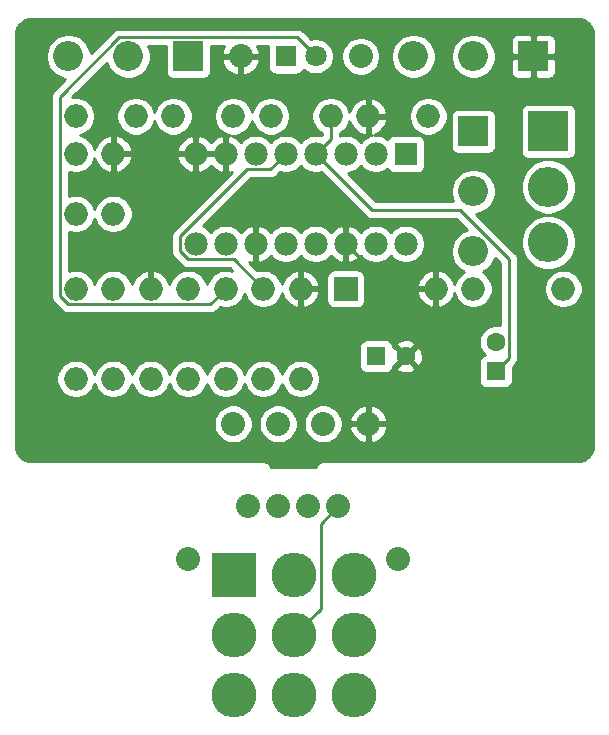
<source format=gbr>
G04 #@! TF.GenerationSoftware,KiCad,Pcbnew,(5.1.6-0-10_14)*
G04 #@! TF.CreationDate,2020-08-10T19:17:23+02:00*
G04 #@! TF.ProjectId,red-lama,7265642d-6c61-46d6-912e-6b696361645f,rev?*
G04 #@! TF.SameCoordinates,Original*
G04 #@! TF.FileFunction,Copper,L2,Bot*
G04 #@! TF.FilePolarity,Positive*
%FSLAX46Y46*%
G04 Gerber Fmt 4.6, Leading zero omitted, Abs format (unit mm)*
G04 Created by KiCad (PCBNEW (5.1.6-0-10_14)) date 2020-08-10 19:17:23*
%MOMM*%
%LPD*%
G01*
G04 APERTURE LIST*
G04 #@! TA.AperFunction,ComponentPad*
%ADD10O,1.981200X1.981200*%
G04 #@! TD*
G04 #@! TA.AperFunction,ComponentPad*
%ADD11R,1.981200X1.981200*%
G04 #@! TD*
G04 #@! TA.AperFunction,ComponentPad*
%ADD12O,3.416000X3.416000*%
G04 #@! TD*
G04 #@! TA.AperFunction,ComponentPad*
%ADD13R,3.416000X3.416000*%
G04 #@! TD*
G04 #@! TA.AperFunction,ComponentPad*
%ADD14R,3.816000X3.816000*%
G04 #@! TD*
G04 #@! TA.AperFunction,ComponentPad*
%ADD15O,3.816000X3.816000*%
G04 #@! TD*
G04 #@! TA.AperFunction,ComponentPad*
%ADD16O,2.540000X2.540000*%
G04 #@! TD*
G04 #@! TA.AperFunction,ComponentPad*
%ADD17R,2.540000X2.540000*%
G04 #@! TD*
G04 #@! TA.AperFunction,ComponentPad*
%ADD18O,2.000000X2.000000*%
G04 #@! TD*
G04 #@! TA.AperFunction,ComponentPad*
%ADD19O,2.032000X2.032000*%
G04 #@! TD*
G04 #@! TA.AperFunction,ComponentPad*
%ADD20R,2.000000X2.000000*%
G04 #@! TD*
G04 #@! TA.AperFunction,ComponentPad*
%ADD21C,1.800000*%
G04 #@! TD*
G04 #@! TA.AperFunction,ComponentPad*
%ADD22R,1.800000X1.800000*%
G04 #@! TD*
G04 #@! TA.AperFunction,ComponentPad*
%ADD23C,1.600000*%
G04 #@! TD*
G04 #@! TA.AperFunction,ComponentPad*
%ADD24R,1.600000X1.600000*%
G04 #@! TD*
G04 #@! TA.AperFunction,Conductor*
%ADD25C,0.250000*%
G04 #@! TD*
G04 #@! TA.AperFunction,Conductor*
%ADD26C,0.254000*%
G04 #@! TD*
G04 APERTURE END LIST*
D10*
X212725000Y-108585000D03*
X210185000Y-108585000D03*
X207645000Y-108585000D03*
X205105000Y-108585000D03*
X202565000Y-108585000D03*
X200025000Y-108585000D03*
X197485000Y-108585000D03*
X194945000Y-108585000D03*
X194945000Y-100965000D03*
X197485000Y-100965000D03*
X200025000Y-100965000D03*
X202565000Y-100965000D03*
X205105000Y-100965000D03*
X207645000Y-100965000D03*
X210185000Y-100965000D03*
D11*
X212725000Y-100965000D03*
D12*
X224790000Y-108458000D03*
X224790000Y-103759000D03*
D13*
X224790000Y-99060000D03*
D14*
X198206201Y-136620000D03*
D15*
X198206201Y-141700000D03*
X198206201Y-146780000D03*
X203286201Y-136620000D03*
X203286201Y-141700000D03*
X203286201Y-146780000D03*
X208366201Y-136620000D03*
X208366201Y-141700000D03*
X208366201Y-146780000D03*
D16*
X213360000Y-92710000D03*
X218440000Y-92710000D03*
D17*
X223520000Y-92710000D03*
D16*
X218440000Y-109220000D03*
X218440000Y-104140000D03*
D17*
X218440000Y-99060000D03*
D16*
X184150000Y-92710000D03*
X189230000Y-92710000D03*
D17*
X194310000Y-92710000D03*
D18*
X203835000Y-120015000D03*
X203835000Y-112395000D03*
X226060000Y-112395000D03*
X218440000Y-112395000D03*
X200660000Y-120015000D03*
X200660000Y-112395000D03*
X194310000Y-120015000D03*
X194310000Y-112395000D03*
X184785000Y-120015000D03*
X184785000Y-112395000D03*
X187960000Y-120015000D03*
X187960000Y-112395000D03*
X191135000Y-112395000D03*
X191135000Y-120015000D03*
X197485000Y-112395000D03*
X197485000Y-120015000D03*
D19*
X207010000Y-130810000D03*
X201930000Y-130810000D03*
X194310000Y-135255000D03*
X204470000Y-130810000D03*
X212090000Y-135255000D03*
X199390000Y-130810000D03*
X205740000Y-123825000D03*
X198755000Y-92710000D03*
X201930000Y-123825000D03*
X209550000Y-123825000D03*
X198120000Y-123825000D03*
X208915000Y-92710000D03*
D20*
X207645000Y-112395000D03*
D18*
X215265000Y-112395000D03*
D21*
X205105000Y-92710000D03*
D22*
X202565000Y-92710000D03*
D18*
X214630000Y-97790000D03*
X209550000Y-97790000D03*
D23*
X220345000Y-116880000D03*
D24*
X220345000Y-119380000D03*
D18*
X201295000Y-97790000D03*
X206375000Y-97790000D03*
X193040000Y-97790000D03*
X198120000Y-97790000D03*
X184785000Y-97790000D03*
X189865000Y-97790000D03*
X187960000Y-106045000D03*
X187960000Y-100965000D03*
D23*
X212725000Y-118110000D03*
D24*
X210225000Y-118110000D03*
D18*
X184785000Y-106045000D03*
X184785000Y-100965000D03*
D25*
X211455000Y-112395000D02*
X215265000Y-112395000D01*
X207645000Y-108585000D02*
X211455000Y-112395000D01*
X209550000Y-97790000D02*
X208915000Y-97790000D01*
X187960000Y-100965000D02*
X194945000Y-100965000D01*
X194945000Y-100965000D02*
X197485000Y-100965000D01*
X201249399Y-102280601D02*
X202565000Y-100965000D01*
X193629399Y-107953511D02*
X199302309Y-102280601D01*
X193629399Y-109216489D02*
X193629399Y-107953511D01*
X194313511Y-109900601D02*
X193629399Y-109216489D01*
X198165601Y-109900601D02*
X194313511Y-109900601D01*
X200660000Y-112395000D02*
X198165601Y-109900601D01*
X199302309Y-102280601D02*
X201249399Y-102280601D01*
X206375000Y-99695000D02*
X205105000Y-100965000D01*
X221470001Y-118254999D02*
X220345000Y-119380000D01*
X221470001Y-109889399D02*
X221470001Y-118254999D01*
X209875001Y-105735001D02*
X217315603Y-105735001D01*
X217315603Y-105735001D02*
X221470001Y-109889399D01*
X205105000Y-100965000D02*
X209875001Y-105735001D01*
X206375000Y-97790000D02*
X206375000Y-99695000D01*
X184148999Y-113720001D02*
X196159999Y-113720001D01*
X183459999Y-113031001D02*
X184148999Y-113720001D01*
X183459999Y-96119399D02*
X183459999Y-113031001D01*
X196159999Y-113720001D02*
X197485000Y-112395000D01*
X188464399Y-91114999D02*
X183459999Y-96119399D01*
X203509999Y-91114999D02*
X188464399Y-91114999D01*
X205105000Y-92710000D02*
X203509999Y-91114999D01*
X205519202Y-139466999D02*
X203286201Y-141700000D01*
X205519202Y-132300798D02*
X205519202Y-139466999D01*
X207010000Y-130810000D02*
X205519202Y-132300798D01*
D26*
G36*
X227571204Y-89586815D02*
G01*
X227803226Y-89656867D01*
X228017222Y-89770650D01*
X228205041Y-89923832D01*
X228359530Y-90110577D01*
X228474801Y-90323769D01*
X228546472Y-90555300D01*
X228575000Y-90826725D01*
X228575001Y-125697712D01*
X228548185Y-125971205D01*
X228478133Y-126203226D01*
X228364350Y-126417222D01*
X228211169Y-126605039D01*
X228024424Y-126759529D01*
X227811231Y-126874802D01*
X227579701Y-126946472D01*
X227308276Y-126975000D01*
X205772419Y-126975000D01*
X205740000Y-126971807D01*
X205658886Y-126979796D01*
X205610617Y-126984550D01*
X205486207Y-127022290D01*
X205371550Y-127083575D01*
X205271052Y-127166052D01*
X205188575Y-127266550D01*
X205127290Y-127381207D01*
X205089550Y-127505617D01*
X205089315Y-127508000D01*
X201310685Y-127508000D01*
X201310450Y-127505617D01*
X201272710Y-127381207D01*
X201211425Y-127266550D01*
X201128948Y-127166052D01*
X201028450Y-127083575D01*
X200913793Y-127022290D01*
X200789383Y-126984550D01*
X200741114Y-126979796D01*
X200660000Y-126971807D01*
X200627581Y-126975000D01*
X181007277Y-126975000D01*
X180733795Y-126948185D01*
X180501774Y-126878133D01*
X180287778Y-126764350D01*
X180099961Y-126611169D01*
X179945471Y-126424424D01*
X179830198Y-126211231D01*
X179758528Y-125979701D01*
X179730000Y-125708276D01*
X179730000Y-123662391D01*
X196469000Y-123662391D01*
X196469000Y-123987609D01*
X196532447Y-124306579D01*
X196656903Y-124607042D01*
X196837585Y-124877451D01*
X197067549Y-125107415D01*
X197337958Y-125288097D01*
X197638421Y-125412553D01*
X197957391Y-125476000D01*
X198282609Y-125476000D01*
X198601579Y-125412553D01*
X198902042Y-125288097D01*
X199172451Y-125107415D01*
X199402415Y-124877451D01*
X199583097Y-124607042D01*
X199707553Y-124306579D01*
X199771000Y-123987609D01*
X199771000Y-123662391D01*
X200279000Y-123662391D01*
X200279000Y-123987609D01*
X200342447Y-124306579D01*
X200466903Y-124607042D01*
X200647585Y-124877451D01*
X200877549Y-125107415D01*
X201147958Y-125288097D01*
X201448421Y-125412553D01*
X201767391Y-125476000D01*
X202092609Y-125476000D01*
X202411579Y-125412553D01*
X202712042Y-125288097D01*
X202982451Y-125107415D01*
X203212415Y-124877451D01*
X203393097Y-124607042D01*
X203517553Y-124306579D01*
X203581000Y-123987609D01*
X203581000Y-123662391D01*
X204089000Y-123662391D01*
X204089000Y-123987609D01*
X204152447Y-124306579D01*
X204276903Y-124607042D01*
X204457585Y-124877451D01*
X204687549Y-125107415D01*
X204957958Y-125288097D01*
X205258421Y-125412553D01*
X205577391Y-125476000D01*
X205902609Y-125476000D01*
X206221579Y-125412553D01*
X206522042Y-125288097D01*
X206792451Y-125107415D01*
X207022415Y-124877451D01*
X207203097Y-124607042D01*
X207327553Y-124306579D01*
X207347172Y-124207944D01*
X207944025Y-124207944D01*
X208001924Y-124398826D01*
X208143618Y-124689815D01*
X208339358Y-124947569D01*
X208581623Y-125162184D01*
X208861102Y-125325411D01*
X209167055Y-125430978D01*
X209423000Y-125312362D01*
X209423000Y-123952000D01*
X209677000Y-123952000D01*
X209677000Y-125312362D01*
X209932945Y-125430978D01*
X210238898Y-125325411D01*
X210518377Y-125162184D01*
X210760642Y-124947569D01*
X210956382Y-124689815D01*
X211098076Y-124398826D01*
X211155975Y-124207944D01*
X211036836Y-123952000D01*
X209677000Y-123952000D01*
X209423000Y-123952000D01*
X208063164Y-123952000D01*
X207944025Y-124207944D01*
X207347172Y-124207944D01*
X207391000Y-123987609D01*
X207391000Y-123662391D01*
X207347173Y-123442056D01*
X207944025Y-123442056D01*
X208063164Y-123698000D01*
X209423000Y-123698000D01*
X209423000Y-122337638D01*
X209677000Y-122337638D01*
X209677000Y-123698000D01*
X211036836Y-123698000D01*
X211155975Y-123442056D01*
X211098076Y-123251174D01*
X210956382Y-122960185D01*
X210760642Y-122702431D01*
X210518377Y-122487816D01*
X210238898Y-122324589D01*
X209932945Y-122219022D01*
X209677000Y-122337638D01*
X209423000Y-122337638D01*
X209167055Y-122219022D01*
X208861102Y-122324589D01*
X208581623Y-122487816D01*
X208339358Y-122702431D01*
X208143618Y-122960185D01*
X208001924Y-123251174D01*
X207944025Y-123442056D01*
X207347173Y-123442056D01*
X207327553Y-123343421D01*
X207203097Y-123042958D01*
X207022415Y-122772549D01*
X206792451Y-122542585D01*
X206522042Y-122361903D01*
X206221579Y-122237447D01*
X205902609Y-122174000D01*
X205577391Y-122174000D01*
X205258421Y-122237447D01*
X204957958Y-122361903D01*
X204687549Y-122542585D01*
X204457585Y-122772549D01*
X204276903Y-123042958D01*
X204152447Y-123343421D01*
X204089000Y-123662391D01*
X203581000Y-123662391D01*
X203517553Y-123343421D01*
X203393097Y-123042958D01*
X203212415Y-122772549D01*
X202982451Y-122542585D01*
X202712042Y-122361903D01*
X202411579Y-122237447D01*
X202092609Y-122174000D01*
X201767391Y-122174000D01*
X201448421Y-122237447D01*
X201147958Y-122361903D01*
X200877549Y-122542585D01*
X200647585Y-122772549D01*
X200466903Y-123042958D01*
X200342447Y-123343421D01*
X200279000Y-123662391D01*
X199771000Y-123662391D01*
X199707553Y-123343421D01*
X199583097Y-123042958D01*
X199402415Y-122772549D01*
X199172451Y-122542585D01*
X198902042Y-122361903D01*
X198601579Y-122237447D01*
X198282609Y-122174000D01*
X197957391Y-122174000D01*
X197638421Y-122237447D01*
X197337958Y-122361903D01*
X197067549Y-122542585D01*
X196837585Y-122772549D01*
X196656903Y-123042958D01*
X196532447Y-123343421D01*
X196469000Y-123662391D01*
X179730000Y-123662391D01*
X179730000Y-119853967D01*
X183150000Y-119853967D01*
X183150000Y-120176033D01*
X183212832Y-120491912D01*
X183336082Y-120789463D01*
X183515013Y-121057252D01*
X183742748Y-121284987D01*
X184010537Y-121463918D01*
X184308088Y-121587168D01*
X184623967Y-121650000D01*
X184946033Y-121650000D01*
X185261912Y-121587168D01*
X185559463Y-121463918D01*
X185827252Y-121284987D01*
X186054987Y-121057252D01*
X186233918Y-120789463D01*
X186357168Y-120491912D01*
X186372500Y-120414833D01*
X186387832Y-120491912D01*
X186511082Y-120789463D01*
X186690013Y-121057252D01*
X186917748Y-121284987D01*
X187185537Y-121463918D01*
X187483088Y-121587168D01*
X187798967Y-121650000D01*
X188121033Y-121650000D01*
X188436912Y-121587168D01*
X188734463Y-121463918D01*
X189002252Y-121284987D01*
X189229987Y-121057252D01*
X189408918Y-120789463D01*
X189532168Y-120491912D01*
X189547500Y-120414833D01*
X189562832Y-120491912D01*
X189686082Y-120789463D01*
X189865013Y-121057252D01*
X190092748Y-121284987D01*
X190360537Y-121463918D01*
X190658088Y-121587168D01*
X190973967Y-121650000D01*
X191296033Y-121650000D01*
X191611912Y-121587168D01*
X191909463Y-121463918D01*
X192177252Y-121284987D01*
X192404987Y-121057252D01*
X192583918Y-120789463D01*
X192707168Y-120491912D01*
X192722500Y-120414833D01*
X192737832Y-120491912D01*
X192861082Y-120789463D01*
X193040013Y-121057252D01*
X193267748Y-121284987D01*
X193535537Y-121463918D01*
X193833088Y-121587168D01*
X194148967Y-121650000D01*
X194471033Y-121650000D01*
X194786912Y-121587168D01*
X195084463Y-121463918D01*
X195352252Y-121284987D01*
X195579987Y-121057252D01*
X195758918Y-120789463D01*
X195882168Y-120491912D01*
X195897500Y-120414833D01*
X195912832Y-120491912D01*
X196036082Y-120789463D01*
X196215013Y-121057252D01*
X196442748Y-121284987D01*
X196710537Y-121463918D01*
X197008088Y-121587168D01*
X197323967Y-121650000D01*
X197646033Y-121650000D01*
X197961912Y-121587168D01*
X198259463Y-121463918D01*
X198527252Y-121284987D01*
X198754987Y-121057252D01*
X198933918Y-120789463D01*
X199057168Y-120491912D01*
X199072500Y-120414833D01*
X199087832Y-120491912D01*
X199211082Y-120789463D01*
X199390013Y-121057252D01*
X199617748Y-121284987D01*
X199885537Y-121463918D01*
X200183088Y-121587168D01*
X200498967Y-121650000D01*
X200821033Y-121650000D01*
X201136912Y-121587168D01*
X201434463Y-121463918D01*
X201702252Y-121284987D01*
X201929987Y-121057252D01*
X202108918Y-120789463D01*
X202232168Y-120491912D01*
X202247500Y-120414833D01*
X202262832Y-120491912D01*
X202386082Y-120789463D01*
X202565013Y-121057252D01*
X202792748Y-121284987D01*
X203060537Y-121463918D01*
X203358088Y-121587168D01*
X203673967Y-121650000D01*
X203996033Y-121650000D01*
X204311912Y-121587168D01*
X204609463Y-121463918D01*
X204877252Y-121284987D01*
X205104987Y-121057252D01*
X205283918Y-120789463D01*
X205407168Y-120491912D01*
X205470000Y-120176033D01*
X205470000Y-119853967D01*
X205407168Y-119538088D01*
X205283918Y-119240537D01*
X205104987Y-118972748D01*
X204877252Y-118745013D01*
X204609463Y-118566082D01*
X204311912Y-118442832D01*
X203996033Y-118380000D01*
X203673967Y-118380000D01*
X203358088Y-118442832D01*
X203060537Y-118566082D01*
X202792748Y-118745013D01*
X202565013Y-118972748D01*
X202386082Y-119240537D01*
X202262832Y-119538088D01*
X202247500Y-119615167D01*
X202232168Y-119538088D01*
X202108918Y-119240537D01*
X201929987Y-118972748D01*
X201702252Y-118745013D01*
X201434463Y-118566082D01*
X201136912Y-118442832D01*
X200821033Y-118380000D01*
X200498967Y-118380000D01*
X200183088Y-118442832D01*
X199885537Y-118566082D01*
X199617748Y-118745013D01*
X199390013Y-118972748D01*
X199211082Y-119240537D01*
X199087832Y-119538088D01*
X199072500Y-119615167D01*
X199057168Y-119538088D01*
X198933918Y-119240537D01*
X198754987Y-118972748D01*
X198527252Y-118745013D01*
X198259463Y-118566082D01*
X197961912Y-118442832D01*
X197646033Y-118380000D01*
X197323967Y-118380000D01*
X197008088Y-118442832D01*
X196710537Y-118566082D01*
X196442748Y-118745013D01*
X196215013Y-118972748D01*
X196036082Y-119240537D01*
X195912832Y-119538088D01*
X195897500Y-119615167D01*
X195882168Y-119538088D01*
X195758918Y-119240537D01*
X195579987Y-118972748D01*
X195352252Y-118745013D01*
X195084463Y-118566082D01*
X194786912Y-118442832D01*
X194471033Y-118380000D01*
X194148967Y-118380000D01*
X193833088Y-118442832D01*
X193535537Y-118566082D01*
X193267748Y-118745013D01*
X193040013Y-118972748D01*
X192861082Y-119240537D01*
X192737832Y-119538088D01*
X192722500Y-119615167D01*
X192707168Y-119538088D01*
X192583918Y-119240537D01*
X192404987Y-118972748D01*
X192177252Y-118745013D01*
X191909463Y-118566082D01*
X191611912Y-118442832D01*
X191296033Y-118380000D01*
X190973967Y-118380000D01*
X190658088Y-118442832D01*
X190360537Y-118566082D01*
X190092748Y-118745013D01*
X189865013Y-118972748D01*
X189686082Y-119240537D01*
X189562832Y-119538088D01*
X189547500Y-119615167D01*
X189532168Y-119538088D01*
X189408918Y-119240537D01*
X189229987Y-118972748D01*
X189002252Y-118745013D01*
X188734463Y-118566082D01*
X188436912Y-118442832D01*
X188121033Y-118380000D01*
X187798967Y-118380000D01*
X187483088Y-118442832D01*
X187185537Y-118566082D01*
X186917748Y-118745013D01*
X186690013Y-118972748D01*
X186511082Y-119240537D01*
X186387832Y-119538088D01*
X186372500Y-119615167D01*
X186357168Y-119538088D01*
X186233918Y-119240537D01*
X186054987Y-118972748D01*
X185827252Y-118745013D01*
X185559463Y-118566082D01*
X185261912Y-118442832D01*
X184946033Y-118380000D01*
X184623967Y-118380000D01*
X184308088Y-118442832D01*
X184010537Y-118566082D01*
X183742748Y-118745013D01*
X183515013Y-118972748D01*
X183336082Y-119240537D01*
X183212832Y-119538088D01*
X183150000Y-119853967D01*
X179730000Y-119853967D01*
X179730000Y-117310000D01*
X208786928Y-117310000D01*
X208786928Y-118910000D01*
X208799188Y-119034482D01*
X208835498Y-119154180D01*
X208894463Y-119264494D01*
X208973815Y-119361185D01*
X209070506Y-119440537D01*
X209180820Y-119499502D01*
X209300518Y-119535812D01*
X209425000Y-119548072D01*
X211025000Y-119548072D01*
X211149482Y-119535812D01*
X211269180Y-119499502D01*
X211379494Y-119440537D01*
X211476185Y-119361185D01*
X211555537Y-119264494D01*
X211614502Y-119154180D01*
X211630117Y-119102702D01*
X211911903Y-119102702D01*
X211983486Y-119346671D01*
X212238996Y-119467571D01*
X212513184Y-119536300D01*
X212795512Y-119550217D01*
X213075130Y-119508787D01*
X213341292Y-119413603D01*
X213466514Y-119346671D01*
X213538097Y-119102702D01*
X212725000Y-118289605D01*
X211911903Y-119102702D01*
X211630117Y-119102702D01*
X211650812Y-119034482D01*
X211663072Y-118910000D01*
X211663072Y-118902785D01*
X211732298Y-118923097D01*
X212545395Y-118110000D01*
X212904605Y-118110000D01*
X213717702Y-118923097D01*
X213961671Y-118851514D01*
X214082571Y-118596004D01*
X214151300Y-118321816D01*
X214165217Y-118039488D01*
X214123787Y-117759870D01*
X214028603Y-117493708D01*
X213961671Y-117368486D01*
X213717702Y-117296903D01*
X212904605Y-118110000D01*
X212545395Y-118110000D01*
X211732298Y-117296903D01*
X211663072Y-117317215D01*
X211663072Y-117310000D01*
X211650812Y-117185518D01*
X211630118Y-117117298D01*
X211911903Y-117117298D01*
X212725000Y-117930395D01*
X213538097Y-117117298D01*
X213466514Y-116873329D01*
X213211004Y-116752429D01*
X212936816Y-116683700D01*
X212654488Y-116669783D01*
X212374870Y-116711213D01*
X212108708Y-116806397D01*
X211983486Y-116873329D01*
X211911903Y-117117298D01*
X211630118Y-117117298D01*
X211614502Y-117065820D01*
X211555537Y-116955506D01*
X211476185Y-116858815D01*
X211379494Y-116779463D01*
X211269180Y-116720498D01*
X211149482Y-116684188D01*
X211025000Y-116671928D01*
X209425000Y-116671928D01*
X209300518Y-116684188D01*
X209180820Y-116720498D01*
X209070506Y-116779463D01*
X208973815Y-116858815D01*
X208894463Y-116955506D01*
X208835498Y-117065820D01*
X208799188Y-117185518D01*
X208786928Y-117310000D01*
X179730000Y-117310000D01*
X179730000Y-92522374D01*
X182245000Y-92522374D01*
X182245000Y-92897626D01*
X182318209Y-93265668D01*
X182461811Y-93612356D01*
X182670290Y-93924366D01*
X182935634Y-94189710D01*
X183247644Y-94398189D01*
X183594332Y-94541791D01*
X183901671Y-94602925D01*
X182949002Y-95555595D01*
X182919998Y-95579398D01*
X182864870Y-95646573D01*
X182825025Y-95695123D01*
X182754454Y-95827152D01*
X182754453Y-95827153D01*
X182710996Y-95970414D01*
X182699999Y-96082067D01*
X182699999Y-96082077D01*
X182696323Y-96119399D01*
X182699999Y-96156721D01*
X182700000Y-112993668D01*
X182696323Y-113031001D01*
X182700000Y-113068334D01*
X182709961Y-113169463D01*
X182710997Y-113179986D01*
X182754453Y-113323247D01*
X182825025Y-113455277D01*
X182896200Y-113542003D01*
X182919999Y-113571002D01*
X182948997Y-113594800D01*
X183585200Y-114231003D01*
X183608998Y-114260002D01*
X183637996Y-114283800D01*
X183724722Y-114354975D01*
X183856752Y-114425547D01*
X184000013Y-114469004D01*
X184111666Y-114480001D01*
X184111675Y-114480001D01*
X184148998Y-114483677D01*
X184186321Y-114480001D01*
X196122677Y-114480001D01*
X196159999Y-114483677D01*
X196197321Y-114480001D01*
X196197332Y-114480001D01*
X196308985Y-114469004D01*
X196452246Y-114425547D01*
X196584275Y-114354975D01*
X196700000Y-114260002D01*
X196723802Y-114230999D01*
X196993624Y-113961177D01*
X197008088Y-113967168D01*
X197323967Y-114030000D01*
X197646033Y-114030000D01*
X197961912Y-113967168D01*
X198259463Y-113843918D01*
X198527252Y-113664987D01*
X198754987Y-113437252D01*
X198933918Y-113169463D01*
X199057168Y-112871912D01*
X199072500Y-112794833D01*
X199087832Y-112871912D01*
X199211082Y-113169463D01*
X199390013Y-113437252D01*
X199617748Y-113664987D01*
X199885537Y-113843918D01*
X200183088Y-113967168D01*
X200498967Y-114030000D01*
X200821033Y-114030000D01*
X201136912Y-113967168D01*
X201434463Y-113843918D01*
X201702252Y-113664987D01*
X201929987Y-113437252D01*
X202108918Y-113169463D01*
X202232168Y-112871912D01*
X202248990Y-112787343D01*
X202349644Y-113078344D01*
X202511499Y-113354992D01*
X202724215Y-113594748D01*
X202979618Y-113788399D01*
X203267893Y-113928502D01*
X203454566Y-113985124D01*
X203708000Y-113865777D01*
X203708000Y-112522000D01*
X203962000Y-112522000D01*
X203962000Y-113865777D01*
X204215434Y-113985124D01*
X204402107Y-113928502D01*
X204690382Y-113788399D01*
X204945785Y-113594748D01*
X205158501Y-113354992D01*
X205320356Y-113078344D01*
X205425129Y-112775435D01*
X205306315Y-112522000D01*
X203962000Y-112522000D01*
X203708000Y-112522000D01*
X203688000Y-112522000D01*
X203688000Y-112268000D01*
X203708000Y-112268000D01*
X203708000Y-110924223D01*
X203962000Y-110924223D01*
X203962000Y-112268000D01*
X205306315Y-112268000D01*
X205425129Y-112014565D01*
X205320356Y-111711656D01*
X205158501Y-111435008D01*
X205123006Y-111395000D01*
X206006928Y-111395000D01*
X206006928Y-113395000D01*
X206019188Y-113519482D01*
X206055498Y-113639180D01*
X206114463Y-113749494D01*
X206193815Y-113846185D01*
X206290506Y-113925537D01*
X206400820Y-113984502D01*
X206520518Y-114020812D01*
X206645000Y-114033072D01*
X208645000Y-114033072D01*
X208769482Y-114020812D01*
X208889180Y-113984502D01*
X208999494Y-113925537D01*
X209096185Y-113846185D01*
X209175537Y-113749494D01*
X209234502Y-113639180D01*
X209270812Y-113519482D01*
X209283072Y-113395000D01*
X209283072Y-112775434D01*
X213674876Y-112775434D01*
X213731498Y-112962107D01*
X213871601Y-113250382D01*
X214065252Y-113505785D01*
X214305008Y-113718501D01*
X214581656Y-113880356D01*
X214884565Y-113985129D01*
X215138000Y-113866315D01*
X215138000Y-112522000D01*
X213794223Y-112522000D01*
X213674876Y-112775434D01*
X209283072Y-112775434D01*
X209283072Y-112014566D01*
X213674876Y-112014566D01*
X213794223Y-112268000D01*
X215138000Y-112268000D01*
X215138000Y-110923685D01*
X214884565Y-110804871D01*
X214581656Y-110909644D01*
X214305008Y-111071499D01*
X214065252Y-111284215D01*
X213871601Y-111539618D01*
X213731498Y-111827893D01*
X213674876Y-112014566D01*
X209283072Y-112014566D01*
X209283072Y-111395000D01*
X209270812Y-111270518D01*
X209234502Y-111150820D01*
X209175537Y-111040506D01*
X209096185Y-110943815D01*
X208999494Y-110864463D01*
X208889180Y-110805498D01*
X208769482Y-110769188D01*
X208645000Y-110756928D01*
X206645000Y-110756928D01*
X206520518Y-110769188D01*
X206400820Y-110805498D01*
X206290506Y-110864463D01*
X206193815Y-110943815D01*
X206114463Y-111040506D01*
X206055498Y-111150820D01*
X206019188Y-111270518D01*
X206006928Y-111395000D01*
X205123006Y-111395000D01*
X204945785Y-111195252D01*
X204690382Y-111001601D01*
X204402107Y-110861498D01*
X204215434Y-110804876D01*
X203962000Y-110924223D01*
X203708000Y-110924223D01*
X203454566Y-110804876D01*
X203267893Y-110861498D01*
X202979618Y-111001601D01*
X202724215Y-111195252D01*
X202511499Y-111435008D01*
X202349644Y-111711656D01*
X202248990Y-112002657D01*
X202232168Y-111918088D01*
X202108918Y-111620537D01*
X201929987Y-111352748D01*
X201702252Y-111125013D01*
X201434463Y-110946082D01*
X201136912Y-110822832D01*
X200821033Y-110760000D01*
X200498967Y-110760000D01*
X200183088Y-110822832D01*
X200168625Y-110828823D01*
X199438328Y-110098526D01*
X199461839Y-110109940D01*
X199646041Y-110165811D01*
X199898000Y-110046342D01*
X199898000Y-108712000D01*
X199878000Y-108712000D01*
X199878000Y-108458000D01*
X199898000Y-108458000D01*
X199898000Y-107123658D01*
X200152000Y-107123658D01*
X200152000Y-108458000D01*
X200172000Y-108458000D01*
X200172000Y-108712000D01*
X200152000Y-108712000D01*
X200152000Y-110046342D01*
X200403959Y-110165811D01*
X200588161Y-110109940D01*
X200874841Y-109970771D01*
X201128862Y-109778348D01*
X201287735Y-109599441D01*
X201302314Y-109621260D01*
X201528740Y-109847686D01*
X201794989Y-110025588D01*
X202090830Y-110148130D01*
X202404892Y-110210600D01*
X202725108Y-110210600D01*
X203039170Y-110148130D01*
X203335011Y-110025588D01*
X203601260Y-109847686D01*
X203827686Y-109621260D01*
X203835000Y-109610314D01*
X203842314Y-109621260D01*
X204068740Y-109847686D01*
X204334989Y-110025588D01*
X204630830Y-110148130D01*
X204944892Y-110210600D01*
X205265108Y-110210600D01*
X205579170Y-110148130D01*
X205875011Y-110025588D01*
X206141260Y-109847686D01*
X206367686Y-109621260D01*
X206382265Y-109599441D01*
X206541138Y-109778348D01*
X206795159Y-109970771D01*
X207081839Y-110109940D01*
X207266041Y-110165811D01*
X207518000Y-110046342D01*
X207518000Y-108712000D01*
X207498000Y-108712000D01*
X207498000Y-108458000D01*
X207518000Y-108458000D01*
X207518000Y-107123658D01*
X207772000Y-107123658D01*
X207772000Y-108458000D01*
X207792000Y-108458000D01*
X207792000Y-108712000D01*
X207772000Y-108712000D01*
X207772000Y-110046342D01*
X208023959Y-110165811D01*
X208208161Y-110109940D01*
X208494841Y-109970771D01*
X208748862Y-109778348D01*
X208907735Y-109599441D01*
X208922314Y-109621260D01*
X209148740Y-109847686D01*
X209414989Y-110025588D01*
X209710830Y-110148130D01*
X210024892Y-110210600D01*
X210345108Y-110210600D01*
X210659170Y-110148130D01*
X210955011Y-110025588D01*
X211221260Y-109847686D01*
X211447686Y-109621260D01*
X211455000Y-109610314D01*
X211462314Y-109621260D01*
X211688740Y-109847686D01*
X211954989Y-110025588D01*
X212250830Y-110148130D01*
X212564892Y-110210600D01*
X212885108Y-110210600D01*
X213199170Y-110148130D01*
X213495011Y-110025588D01*
X213761260Y-109847686D01*
X213987686Y-109621260D01*
X214165588Y-109355011D01*
X214288130Y-109059170D01*
X214350600Y-108745108D01*
X214350600Y-108424892D01*
X214288130Y-108110830D01*
X214165588Y-107814989D01*
X213987686Y-107548740D01*
X213761260Y-107322314D01*
X213495011Y-107144412D01*
X213199170Y-107021870D01*
X212885108Y-106959400D01*
X212564892Y-106959400D01*
X212250830Y-107021870D01*
X211954989Y-107144412D01*
X211688740Y-107322314D01*
X211462314Y-107548740D01*
X211455000Y-107559686D01*
X211447686Y-107548740D01*
X211221260Y-107322314D01*
X210955011Y-107144412D01*
X210659170Y-107021870D01*
X210345108Y-106959400D01*
X210024892Y-106959400D01*
X209710830Y-107021870D01*
X209414989Y-107144412D01*
X209148740Y-107322314D01*
X208922314Y-107548740D01*
X208907735Y-107570559D01*
X208748862Y-107391652D01*
X208494841Y-107199229D01*
X208208161Y-107060060D01*
X208023959Y-107004189D01*
X207772000Y-107123658D01*
X207518000Y-107123658D01*
X207266041Y-107004189D01*
X207081839Y-107060060D01*
X206795159Y-107199229D01*
X206541138Y-107391652D01*
X206382265Y-107570559D01*
X206367686Y-107548740D01*
X206141260Y-107322314D01*
X205875011Y-107144412D01*
X205579170Y-107021870D01*
X205265108Y-106959400D01*
X204944892Y-106959400D01*
X204630830Y-107021870D01*
X204334989Y-107144412D01*
X204068740Y-107322314D01*
X203842314Y-107548740D01*
X203835000Y-107559686D01*
X203827686Y-107548740D01*
X203601260Y-107322314D01*
X203335011Y-107144412D01*
X203039170Y-107021870D01*
X202725108Y-106959400D01*
X202404892Y-106959400D01*
X202090830Y-107021870D01*
X201794989Y-107144412D01*
X201528740Y-107322314D01*
X201302314Y-107548740D01*
X201287735Y-107570559D01*
X201128862Y-107391652D01*
X200874841Y-107199229D01*
X200588161Y-107060060D01*
X200403959Y-107004189D01*
X200152000Y-107123658D01*
X199898000Y-107123658D01*
X199646041Y-107004189D01*
X199461839Y-107060060D01*
X199175159Y-107199229D01*
X198921138Y-107391652D01*
X198762265Y-107570559D01*
X198747686Y-107548740D01*
X198521260Y-107322314D01*
X198255011Y-107144412D01*
X197959170Y-107021870D01*
X197645108Y-106959400D01*
X197324892Y-106959400D01*
X197010830Y-107021870D01*
X196714989Y-107144412D01*
X196448740Y-107322314D01*
X196222314Y-107548740D01*
X196207735Y-107570559D01*
X196048862Y-107391652D01*
X195794841Y-107199229D01*
X195568406Y-107089306D01*
X199617111Y-103040601D01*
X201212077Y-103040601D01*
X201249399Y-103044277D01*
X201286721Y-103040601D01*
X201286732Y-103040601D01*
X201398385Y-103029604D01*
X201541646Y-102986147D01*
X201673675Y-102915575D01*
X201789400Y-102820602D01*
X201813203Y-102791598D01*
X202080818Y-102523983D01*
X202090830Y-102528130D01*
X202404892Y-102590600D01*
X202725108Y-102590600D01*
X203039170Y-102528130D01*
X203335011Y-102405588D01*
X203601260Y-102227686D01*
X203827686Y-102001260D01*
X203835000Y-101990314D01*
X203842314Y-102001260D01*
X204068740Y-102227686D01*
X204334989Y-102405588D01*
X204630830Y-102528130D01*
X204944892Y-102590600D01*
X205265108Y-102590600D01*
X205579170Y-102528130D01*
X205589182Y-102523983D01*
X209311201Y-106246003D01*
X209335000Y-106275002D01*
X209363998Y-106298800D01*
X209450724Y-106369975D01*
X209582754Y-106440547D01*
X209726015Y-106484004D01*
X209837668Y-106495001D01*
X209837677Y-106495001D01*
X209875000Y-106498677D01*
X209912323Y-106495001D01*
X217000802Y-106495001D01*
X217892404Y-107386603D01*
X217884332Y-107388209D01*
X217537644Y-107531811D01*
X217225634Y-107740290D01*
X216960290Y-108005634D01*
X216751811Y-108317644D01*
X216608209Y-108664332D01*
X216535000Y-109032374D01*
X216535000Y-109407626D01*
X216608209Y-109775668D01*
X216751811Y-110122356D01*
X216960290Y-110434366D01*
X217225634Y-110699710D01*
X217537644Y-110908189D01*
X217651603Y-110955392D01*
X217397748Y-111125013D01*
X217170013Y-111352748D01*
X216991082Y-111620537D01*
X216867832Y-111918088D01*
X216851209Y-112001658D01*
X216798502Y-111827893D01*
X216658399Y-111539618D01*
X216464748Y-111284215D01*
X216224992Y-111071499D01*
X215948344Y-110909644D01*
X215645435Y-110804871D01*
X215392000Y-110923685D01*
X215392000Y-112268000D01*
X215412000Y-112268000D01*
X215412000Y-112522000D01*
X215392000Y-112522000D01*
X215392000Y-113866315D01*
X215645435Y-113985129D01*
X215948344Y-113880356D01*
X216224992Y-113718501D01*
X216464748Y-113505785D01*
X216658399Y-113250382D01*
X216798502Y-112962107D01*
X216851209Y-112788342D01*
X216867832Y-112871912D01*
X216991082Y-113169463D01*
X217170013Y-113437252D01*
X217397748Y-113664987D01*
X217665537Y-113843918D01*
X217963088Y-113967168D01*
X218278967Y-114030000D01*
X218601033Y-114030000D01*
X218916912Y-113967168D01*
X219214463Y-113843918D01*
X219482252Y-113664987D01*
X219709987Y-113437252D01*
X219888918Y-113169463D01*
X220012168Y-112871912D01*
X220075000Y-112556033D01*
X220075000Y-112233967D01*
X220012168Y-111918088D01*
X219888918Y-111620537D01*
X219709987Y-111352748D01*
X219482252Y-111125013D01*
X219228397Y-110955392D01*
X219342356Y-110908189D01*
X219654366Y-110699710D01*
X219919710Y-110434366D01*
X220128189Y-110122356D01*
X220271791Y-109775668D01*
X220273397Y-109767596D01*
X220710001Y-110204201D01*
X220710002Y-115489491D01*
X220486335Y-115445000D01*
X220203665Y-115445000D01*
X219926426Y-115500147D01*
X219665273Y-115608320D01*
X219430241Y-115765363D01*
X219230363Y-115965241D01*
X219073320Y-116200273D01*
X218965147Y-116461426D01*
X218910000Y-116738665D01*
X218910000Y-117021335D01*
X218965147Y-117298574D01*
X219073320Y-117559727D01*
X219230363Y-117794759D01*
X219396943Y-117961339D01*
X219300820Y-117990498D01*
X219190506Y-118049463D01*
X219093815Y-118128815D01*
X219014463Y-118225506D01*
X218955498Y-118335820D01*
X218919188Y-118455518D01*
X218906928Y-118580000D01*
X218906928Y-120180000D01*
X218919188Y-120304482D01*
X218955498Y-120424180D01*
X219014463Y-120534494D01*
X219093815Y-120631185D01*
X219190506Y-120710537D01*
X219300820Y-120769502D01*
X219420518Y-120805812D01*
X219545000Y-120818072D01*
X221145000Y-120818072D01*
X221269482Y-120805812D01*
X221389180Y-120769502D01*
X221499494Y-120710537D01*
X221596185Y-120631185D01*
X221675537Y-120534494D01*
X221734502Y-120424180D01*
X221770812Y-120304482D01*
X221783072Y-120180000D01*
X221783072Y-119016730D01*
X221981004Y-118818798D01*
X222010002Y-118795000D01*
X222104975Y-118679275D01*
X222175547Y-118547246D01*
X222219004Y-118403985D01*
X222230001Y-118292332D01*
X222230001Y-118292324D01*
X222233677Y-118254999D01*
X222230001Y-118217674D01*
X222230001Y-112233967D01*
X224425000Y-112233967D01*
X224425000Y-112556033D01*
X224487832Y-112871912D01*
X224611082Y-113169463D01*
X224790013Y-113437252D01*
X225017748Y-113664987D01*
X225285537Y-113843918D01*
X225583088Y-113967168D01*
X225898967Y-114030000D01*
X226221033Y-114030000D01*
X226536912Y-113967168D01*
X226834463Y-113843918D01*
X227102252Y-113664987D01*
X227329987Y-113437252D01*
X227508918Y-113169463D01*
X227632168Y-112871912D01*
X227695000Y-112556033D01*
X227695000Y-112233967D01*
X227632168Y-111918088D01*
X227508918Y-111620537D01*
X227329987Y-111352748D01*
X227102252Y-111125013D01*
X226834463Y-110946082D01*
X226536912Y-110822832D01*
X226221033Y-110760000D01*
X225898967Y-110760000D01*
X225583088Y-110822832D01*
X225285537Y-110946082D01*
X225017748Y-111125013D01*
X224790013Y-111352748D01*
X224611082Y-111620537D01*
X224487832Y-111918088D01*
X224425000Y-112233967D01*
X222230001Y-112233967D01*
X222230001Y-109926721D01*
X222233677Y-109889399D01*
X222230001Y-109852076D01*
X222230001Y-109852066D01*
X222219004Y-109740413D01*
X222175547Y-109597152D01*
X222128287Y-109508736D01*
X222104975Y-109465122D01*
X222033800Y-109378396D01*
X222010002Y-109349398D01*
X221981005Y-109325601D01*
X220882639Y-108227235D01*
X222447000Y-108227235D01*
X222447000Y-108688765D01*
X222537040Y-109141428D01*
X222713660Y-109567827D01*
X222970073Y-109951576D01*
X223296424Y-110277927D01*
X223680173Y-110534340D01*
X224106572Y-110710960D01*
X224559235Y-110801000D01*
X225020765Y-110801000D01*
X225473428Y-110710960D01*
X225899827Y-110534340D01*
X226283576Y-110277927D01*
X226609927Y-109951576D01*
X226866340Y-109567827D01*
X227042960Y-109141428D01*
X227133000Y-108688765D01*
X227133000Y-108227235D01*
X227042960Y-107774572D01*
X226866340Y-107348173D01*
X226609927Y-106964424D01*
X226283576Y-106638073D01*
X225899827Y-106381660D01*
X225473428Y-106205040D01*
X225020765Y-106115000D01*
X224559235Y-106115000D01*
X224106572Y-106205040D01*
X223680173Y-106381660D01*
X223296424Y-106638073D01*
X222970073Y-106964424D01*
X222713660Y-107348173D01*
X222537040Y-107774572D01*
X222447000Y-108227235D01*
X220882639Y-108227235D01*
X218688329Y-106032925D01*
X218995668Y-105971791D01*
X219342356Y-105828189D01*
X219654366Y-105619710D01*
X219919710Y-105354366D01*
X220128189Y-105042356D01*
X220271791Y-104695668D01*
X220345000Y-104327626D01*
X220345000Y-103952374D01*
X220271791Y-103584332D01*
X220248556Y-103528235D01*
X222447000Y-103528235D01*
X222447000Y-103989765D01*
X222537040Y-104442428D01*
X222713660Y-104868827D01*
X222970073Y-105252576D01*
X223296424Y-105578927D01*
X223680173Y-105835340D01*
X224106572Y-106011960D01*
X224559235Y-106102000D01*
X225020765Y-106102000D01*
X225473428Y-106011960D01*
X225899827Y-105835340D01*
X226283576Y-105578927D01*
X226609927Y-105252576D01*
X226866340Y-104868827D01*
X227042960Y-104442428D01*
X227133000Y-103989765D01*
X227133000Y-103528235D01*
X227042960Y-103075572D01*
X226866340Y-102649173D01*
X226609927Y-102265424D01*
X226283576Y-101939073D01*
X225899827Y-101682660D01*
X225473428Y-101506040D01*
X225020765Y-101416000D01*
X224559235Y-101416000D01*
X224106572Y-101506040D01*
X223680173Y-101682660D01*
X223296424Y-101939073D01*
X222970073Y-102265424D01*
X222713660Y-102649173D01*
X222537040Y-103075572D01*
X222447000Y-103528235D01*
X220248556Y-103528235D01*
X220128189Y-103237644D01*
X219919710Y-102925634D01*
X219654366Y-102660290D01*
X219342356Y-102451811D01*
X218995668Y-102308209D01*
X218627626Y-102235000D01*
X218252374Y-102235000D01*
X217884332Y-102308209D01*
X217537644Y-102451811D01*
X217225634Y-102660290D01*
X216960290Y-102925634D01*
X216751811Y-103237644D01*
X216608209Y-103584332D01*
X216535000Y-103952374D01*
X216535000Y-104327626D01*
X216608209Y-104695668D01*
X216723912Y-104975001D01*
X210189803Y-104975001D01*
X207805353Y-102590551D01*
X208119170Y-102528130D01*
X208415011Y-102405588D01*
X208681260Y-102227686D01*
X208907686Y-102001260D01*
X208915000Y-101990314D01*
X208922314Y-102001260D01*
X209148740Y-102227686D01*
X209414989Y-102405588D01*
X209710830Y-102528130D01*
X210024892Y-102590600D01*
X210345108Y-102590600D01*
X210659170Y-102528130D01*
X210955011Y-102405588D01*
X211175985Y-102257938D01*
X211203863Y-102310094D01*
X211283215Y-102406785D01*
X211379906Y-102486137D01*
X211490220Y-102545102D01*
X211609918Y-102581412D01*
X211734400Y-102593672D01*
X213715600Y-102593672D01*
X213840082Y-102581412D01*
X213959780Y-102545102D01*
X214070094Y-102486137D01*
X214166785Y-102406785D01*
X214246137Y-102310094D01*
X214305102Y-102199780D01*
X214341412Y-102080082D01*
X214353672Y-101955600D01*
X214353672Y-99974400D01*
X214341412Y-99849918D01*
X214305102Y-99730220D01*
X214246137Y-99619906D01*
X214166785Y-99523215D01*
X214070094Y-99443863D01*
X213959780Y-99384898D01*
X213840082Y-99348588D01*
X213715600Y-99336328D01*
X211734400Y-99336328D01*
X211609918Y-99348588D01*
X211490220Y-99384898D01*
X211379906Y-99443863D01*
X211283215Y-99523215D01*
X211203863Y-99619906D01*
X211175985Y-99672062D01*
X210955011Y-99524412D01*
X210659170Y-99401870D01*
X210345108Y-99339400D01*
X210048187Y-99339400D01*
X210233344Y-99275356D01*
X210509992Y-99113501D01*
X210749748Y-98900785D01*
X210943399Y-98645382D01*
X211083502Y-98357107D01*
X211140124Y-98170434D01*
X211020777Y-97917000D01*
X209677000Y-97917000D01*
X209677000Y-99261315D01*
X209897576Y-99364724D01*
X209710830Y-99401870D01*
X209414989Y-99524412D01*
X209148740Y-99702314D01*
X208922314Y-99928740D01*
X208915000Y-99939686D01*
X208907686Y-99928740D01*
X208681260Y-99702314D01*
X208415011Y-99524412D01*
X208119170Y-99401870D01*
X207805108Y-99339400D01*
X207484892Y-99339400D01*
X207170830Y-99401870D01*
X207135000Y-99416711D01*
X207135000Y-99244909D01*
X207149463Y-99238918D01*
X207417252Y-99059987D01*
X207644987Y-98832252D01*
X207823918Y-98564463D01*
X207947168Y-98266912D01*
X207963791Y-98183342D01*
X208016498Y-98357107D01*
X208156601Y-98645382D01*
X208350252Y-98900785D01*
X208590008Y-99113501D01*
X208866656Y-99275356D01*
X209169565Y-99380129D01*
X209423000Y-99261315D01*
X209423000Y-97917000D01*
X209403000Y-97917000D01*
X209403000Y-97663000D01*
X209423000Y-97663000D01*
X209423000Y-96318685D01*
X209677000Y-96318685D01*
X209677000Y-97663000D01*
X211020777Y-97663000D01*
X211036803Y-97628967D01*
X212995000Y-97628967D01*
X212995000Y-97951033D01*
X213057832Y-98266912D01*
X213181082Y-98564463D01*
X213360013Y-98832252D01*
X213587748Y-99059987D01*
X213855537Y-99238918D01*
X214153088Y-99362168D01*
X214468967Y-99425000D01*
X214791033Y-99425000D01*
X215106912Y-99362168D01*
X215404463Y-99238918D01*
X215672252Y-99059987D01*
X215899987Y-98832252D01*
X216078918Y-98564463D01*
X216202168Y-98266912D01*
X216265000Y-97951033D01*
X216265000Y-97790000D01*
X216531928Y-97790000D01*
X216531928Y-100330000D01*
X216544188Y-100454482D01*
X216580498Y-100574180D01*
X216639463Y-100684494D01*
X216718815Y-100781185D01*
X216815506Y-100860537D01*
X216925820Y-100919502D01*
X217045518Y-100955812D01*
X217170000Y-100968072D01*
X219710000Y-100968072D01*
X219834482Y-100955812D01*
X219954180Y-100919502D01*
X220064494Y-100860537D01*
X220161185Y-100781185D01*
X220240537Y-100684494D01*
X220299502Y-100574180D01*
X220335812Y-100454482D01*
X220348072Y-100330000D01*
X220348072Y-97790000D01*
X220335812Y-97665518D01*
X220299502Y-97545820D01*
X220240537Y-97435506D01*
X220172006Y-97352000D01*
X222443928Y-97352000D01*
X222443928Y-100768000D01*
X222456188Y-100892482D01*
X222492498Y-101012180D01*
X222551463Y-101122494D01*
X222630815Y-101219185D01*
X222727506Y-101298537D01*
X222837820Y-101357502D01*
X222957518Y-101393812D01*
X223082000Y-101406072D01*
X226498000Y-101406072D01*
X226622482Y-101393812D01*
X226742180Y-101357502D01*
X226852494Y-101298537D01*
X226949185Y-101219185D01*
X227028537Y-101122494D01*
X227087502Y-101012180D01*
X227123812Y-100892482D01*
X227136072Y-100768000D01*
X227136072Y-97352000D01*
X227123812Y-97227518D01*
X227087502Y-97107820D01*
X227028537Y-96997506D01*
X226949185Y-96900815D01*
X226852494Y-96821463D01*
X226742180Y-96762498D01*
X226622482Y-96726188D01*
X226498000Y-96713928D01*
X223082000Y-96713928D01*
X222957518Y-96726188D01*
X222837820Y-96762498D01*
X222727506Y-96821463D01*
X222630815Y-96900815D01*
X222551463Y-96997506D01*
X222492498Y-97107820D01*
X222456188Y-97227518D01*
X222443928Y-97352000D01*
X220172006Y-97352000D01*
X220161185Y-97338815D01*
X220064494Y-97259463D01*
X219954180Y-97200498D01*
X219834482Y-97164188D01*
X219710000Y-97151928D01*
X217170000Y-97151928D01*
X217045518Y-97164188D01*
X216925820Y-97200498D01*
X216815506Y-97259463D01*
X216718815Y-97338815D01*
X216639463Y-97435506D01*
X216580498Y-97545820D01*
X216544188Y-97665518D01*
X216531928Y-97790000D01*
X216265000Y-97790000D01*
X216265000Y-97628967D01*
X216202168Y-97313088D01*
X216078918Y-97015537D01*
X215899987Y-96747748D01*
X215672252Y-96520013D01*
X215404463Y-96341082D01*
X215106912Y-96217832D01*
X214791033Y-96155000D01*
X214468967Y-96155000D01*
X214153088Y-96217832D01*
X213855537Y-96341082D01*
X213587748Y-96520013D01*
X213360013Y-96747748D01*
X213181082Y-97015537D01*
X213057832Y-97313088D01*
X212995000Y-97628967D01*
X211036803Y-97628967D01*
X211140124Y-97409566D01*
X211083502Y-97222893D01*
X210943399Y-96934618D01*
X210749748Y-96679215D01*
X210509992Y-96466499D01*
X210233344Y-96304644D01*
X209930435Y-96199871D01*
X209677000Y-96318685D01*
X209423000Y-96318685D01*
X209169565Y-96199871D01*
X208866656Y-96304644D01*
X208590008Y-96466499D01*
X208350252Y-96679215D01*
X208156601Y-96934618D01*
X208016498Y-97222893D01*
X207963791Y-97396658D01*
X207947168Y-97313088D01*
X207823918Y-97015537D01*
X207644987Y-96747748D01*
X207417252Y-96520013D01*
X207149463Y-96341082D01*
X206851912Y-96217832D01*
X206536033Y-96155000D01*
X206213967Y-96155000D01*
X205898088Y-96217832D01*
X205600537Y-96341082D01*
X205332748Y-96520013D01*
X205105013Y-96747748D01*
X204926082Y-97015537D01*
X204802832Y-97313088D01*
X204740000Y-97628967D01*
X204740000Y-97951033D01*
X204802832Y-98266912D01*
X204926082Y-98564463D01*
X205105013Y-98832252D01*
X205332748Y-99059987D01*
X205600537Y-99238918D01*
X205615001Y-99244909D01*
X205615001Y-99380197D01*
X205589181Y-99406017D01*
X205579170Y-99401870D01*
X205265108Y-99339400D01*
X204944892Y-99339400D01*
X204630830Y-99401870D01*
X204334989Y-99524412D01*
X204068740Y-99702314D01*
X203842314Y-99928740D01*
X203835000Y-99939686D01*
X203827686Y-99928740D01*
X203601260Y-99702314D01*
X203335011Y-99524412D01*
X203039170Y-99401870D01*
X202725108Y-99339400D01*
X202404892Y-99339400D01*
X202090830Y-99401870D01*
X201794989Y-99524412D01*
X201528740Y-99702314D01*
X201302314Y-99928740D01*
X201295000Y-99939686D01*
X201287686Y-99928740D01*
X201061260Y-99702314D01*
X200795011Y-99524412D01*
X200499170Y-99401870D01*
X200185108Y-99339400D01*
X199864892Y-99339400D01*
X199550830Y-99401870D01*
X199254989Y-99524412D01*
X198988740Y-99702314D01*
X198762314Y-99928740D01*
X198747735Y-99950559D01*
X198588862Y-99771652D01*
X198334841Y-99579229D01*
X198048161Y-99440060D01*
X197998509Y-99425000D01*
X198281033Y-99425000D01*
X198596912Y-99362168D01*
X198894463Y-99238918D01*
X199162252Y-99059987D01*
X199389987Y-98832252D01*
X199568918Y-98564463D01*
X199692168Y-98266912D01*
X199707500Y-98189833D01*
X199722832Y-98266912D01*
X199846082Y-98564463D01*
X200025013Y-98832252D01*
X200252748Y-99059987D01*
X200520537Y-99238918D01*
X200818088Y-99362168D01*
X201133967Y-99425000D01*
X201456033Y-99425000D01*
X201771912Y-99362168D01*
X202069463Y-99238918D01*
X202337252Y-99059987D01*
X202564987Y-98832252D01*
X202743918Y-98564463D01*
X202867168Y-98266912D01*
X202930000Y-97951033D01*
X202930000Y-97628967D01*
X202867168Y-97313088D01*
X202743918Y-97015537D01*
X202564987Y-96747748D01*
X202337252Y-96520013D01*
X202069463Y-96341082D01*
X201771912Y-96217832D01*
X201456033Y-96155000D01*
X201133967Y-96155000D01*
X200818088Y-96217832D01*
X200520537Y-96341082D01*
X200252748Y-96520013D01*
X200025013Y-96747748D01*
X199846082Y-97015537D01*
X199722832Y-97313088D01*
X199707500Y-97390167D01*
X199692168Y-97313088D01*
X199568918Y-97015537D01*
X199389987Y-96747748D01*
X199162252Y-96520013D01*
X198894463Y-96341082D01*
X198596912Y-96217832D01*
X198281033Y-96155000D01*
X197958967Y-96155000D01*
X197643088Y-96217832D01*
X197345537Y-96341082D01*
X197077748Y-96520013D01*
X196850013Y-96747748D01*
X196671082Y-97015537D01*
X196547832Y-97313088D01*
X196485000Y-97628967D01*
X196485000Y-97951033D01*
X196547832Y-98266912D01*
X196671082Y-98564463D01*
X196850013Y-98832252D01*
X197077748Y-99059987D01*
X197345537Y-99238918D01*
X197643088Y-99362168D01*
X197831403Y-99399626D01*
X197612000Y-99503658D01*
X197612000Y-100838000D01*
X197632000Y-100838000D01*
X197632000Y-101092000D01*
X197612000Y-101092000D01*
X197612000Y-102426342D01*
X197863959Y-102545811D01*
X198005110Y-102502998D01*
X193118397Y-107389712D01*
X193089399Y-107413510D01*
X193065601Y-107442508D01*
X193065600Y-107442509D01*
X192994425Y-107529235D01*
X192923853Y-107661265D01*
X192880397Y-107804526D01*
X192865723Y-107953511D01*
X192869400Y-107990843D01*
X192869399Y-109179166D01*
X192865723Y-109216489D01*
X192869399Y-109253811D01*
X192869399Y-109253821D01*
X192880396Y-109365474D01*
X192914022Y-109476325D01*
X192923853Y-109508735D01*
X192994425Y-109640765D01*
X193034270Y-109689315D01*
X193089398Y-109756490D01*
X193118401Y-109780292D01*
X193749716Y-110411609D01*
X193773510Y-110440602D01*
X193802503Y-110464396D01*
X193802507Y-110464400D01*
X193873196Y-110522412D01*
X193889235Y-110535575D01*
X194021264Y-110606147D01*
X194164525Y-110649604D01*
X194276178Y-110660601D01*
X194276187Y-110660601D01*
X194313510Y-110664277D01*
X194350833Y-110660601D01*
X197850800Y-110660601D01*
X198049177Y-110858979D01*
X197961912Y-110822832D01*
X197646033Y-110760000D01*
X197323967Y-110760000D01*
X197008088Y-110822832D01*
X196710537Y-110946082D01*
X196442748Y-111125013D01*
X196215013Y-111352748D01*
X196036082Y-111620537D01*
X195912832Y-111918088D01*
X195897500Y-111995167D01*
X195882168Y-111918088D01*
X195758918Y-111620537D01*
X195579987Y-111352748D01*
X195352252Y-111125013D01*
X195084463Y-110946082D01*
X194786912Y-110822832D01*
X194471033Y-110760000D01*
X194148967Y-110760000D01*
X193833088Y-110822832D01*
X193535537Y-110946082D01*
X193267748Y-111125013D01*
X193040013Y-111352748D01*
X192861082Y-111620537D01*
X192737832Y-111918088D01*
X192721010Y-112002657D01*
X192620356Y-111711656D01*
X192458501Y-111435008D01*
X192245785Y-111195252D01*
X191990382Y-111001601D01*
X191702107Y-110861498D01*
X191515434Y-110804876D01*
X191262000Y-110924223D01*
X191262000Y-112268000D01*
X191282000Y-112268000D01*
X191282000Y-112522000D01*
X191262000Y-112522000D01*
X191262000Y-112542000D01*
X191008000Y-112542000D01*
X191008000Y-112522000D01*
X190988000Y-112522000D01*
X190988000Y-112268000D01*
X191008000Y-112268000D01*
X191008000Y-110924223D01*
X190754566Y-110804876D01*
X190567893Y-110861498D01*
X190279618Y-111001601D01*
X190024215Y-111195252D01*
X189811499Y-111435008D01*
X189649644Y-111711656D01*
X189548990Y-112002657D01*
X189532168Y-111918088D01*
X189408918Y-111620537D01*
X189229987Y-111352748D01*
X189002252Y-111125013D01*
X188734463Y-110946082D01*
X188436912Y-110822832D01*
X188121033Y-110760000D01*
X187798967Y-110760000D01*
X187483088Y-110822832D01*
X187185537Y-110946082D01*
X186917748Y-111125013D01*
X186690013Y-111352748D01*
X186511082Y-111620537D01*
X186387832Y-111918088D01*
X186372500Y-111995167D01*
X186357168Y-111918088D01*
X186233918Y-111620537D01*
X186054987Y-111352748D01*
X185827252Y-111125013D01*
X185559463Y-110946082D01*
X185261912Y-110822832D01*
X184946033Y-110760000D01*
X184623967Y-110760000D01*
X184308088Y-110822832D01*
X184219999Y-110859320D01*
X184219999Y-107580680D01*
X184308088Y-107617168D01*
X184623967Y-107680000D01*
X184946033Y-107680000D01*
X185261912Y-107617168D01*
X185559463Y-107493918D01*
X185827252Y-107314987D01*
X186054987Y-107087252D01*
X186233918Y-106819463D01*
X186357168Y-106521912D01*
X186372500Y-106444833D01*
X186387832Y-106521912D01*
X186511082Y-106819463D01*
X186690013Y-107087252D01*
X186917748Y-107314987D01*
X187185537Y-107493918D01*
X187483088Y-107617168D01*
X187798967Y-107680000D01*
X188121033Y-107680000D01*
X188436912Y-107617168D01*
X188734463Y-107493918D01*
X189002252Y-107314987D01*
X189229987Y-107087252D01*
X189408918Y-106819463D01*
X189532168Y-106521912D01*
X189595000Y-106206033D01*
X189595000Y-105883967D01*
X189532168Y-105568088D01*
X189408918Y-105270537D01*
X189229987Y-105002748D01*
X189002252Y-104775013D01*
X188734463Y-104596082D01*
X188436912Y-104472832D01*
X188121033Y-104410000D01*
X187798967Y-104410000D01*
X187483088Y-104472832D01*
X187185537Y-104596082D01*
X186917748Y-104775013D01*
X186690013Y-105002748D01*
X186511082Y-105270537D01*
X186387832Y-105568088D01*
X186372500Y-105645167D01*
X186357168Y-105568088D01*
X186233918Y-105270537D01*
X186054987Y-105002748D01*
X185827252Y-104775013D01*
X185559463Y-104596082D01*
X185261912Y-104472832D01*
X184946033Y-104410000D01*
X184623967Y-104410000D01*
X184308088Y-104472832D01*
X184219999Y-104509320D01*
X184219999Y-102500680D01*
X184308088Y-102537168D01*
X184623967Y-102600000D01*
X184946033Y-102600000D01*
X185261912Y-102537168D01*
X185559463Y-102413918D01*
X185827252Y-102234987D01*
X186054987Y-102007252D01*
X186233918Y-101739463D01*
X186357168Y-101441912D01*
X186373990Y-101357343D01*
X186474644Y-101648344D01*
X186636499Y-101924992D01*
X186849215Y-102164748D01*
X187104618Y-102358399D01*
X187392893Y-102498502D01*
X187579566Y-102555124D01*
X187833000Y-102435777D01*
X187833000Y-101092000D01*
X188087000Y-101092000D01*
X188087000Y-102435777D01*
X188340434Y-102555124D01*
X188527107Y-102498502D01*
X188815382Y-102358399D01*
X189070785Y-102164748D01*
X189283501Y-101924992D01*
X189445356Y-101648344D01*
X189550129Y-101345435D01*
X189549438Y-101343960D01*
X193364184Y-101343960D01*
X193468490Y-101645080D01*
X193629538Y-101920065D01*
X193841138Y-102158348D01*
X194095159Y-102350771D01*
X194381839Y-102489940D01*
X194566041Y-102545811D01*
X194818000Y-102426342D01*
X194818000Y-101092000D01*
X195072000Y-101092000D01*
X195072000Y-102426342D01*
X195323959Y-102545811D01*
X195508161Y-102489940D01*
X195794841Y-102350771D01*
X196048862Y-102158348D01*
X196215000Y-101971260D01*
X196381138Y-102158348D01*
X196635159Y-102350771D01*
X196921839Y-102489940D01*
X197106041Y-102545811D01*
X197358000Y-102426342D01*
X197358000Y-101092000D01*
X195072000Y-101092000D01*
X194818000Y-101092000D01*
X193483114Y-101092000D01*
X193364184Y-101343960D01*
X189549438Y-101343960D01*
X189431315Y-101092000D01*
X188087000Y-101092000D01*
X187833000Y-101092000D01*
X187813000Y-101092000D01*
X187813000Y-100838000D01*
X187833000Y-100838000D01*
X187833000Y-99494223D01*
X188087000Y-99494223D01*
X188087000Y-100838000D01*
X189431315Y-100838000D01*
X189549437Y-100586040D01*
X193364184Y-100586040D01*
X193483114Y-100838000D01*
X194818000Y-100838000D01*
X194818000Y-99503658D01*
X195072000Y-99503658D01*
X195072000Y-100838000D01*
X197358000Y-100838000D01*
X197358000Y-99503658D01*
X197106041Y-99384189D01*
X196921839Y-99440060D01*
X196635159Y-99579229D01*
X196381138Y-99771652D01*
X196215000Y-99958740D01*
X196048862Y-99771652D01*
X195794841Y-99579229D01*
X195508161Y-99440060D01*
X195323959Y-99384189D01*
X195072000Y-99503658D01*
X194818000Y-99503658D01*
X194566041Y-99384189D01*
X194381839Y-99440060D01*
X194095159Y-99579229D01*
X193841138Y-99771652D01*
X193629538Y-100009935D01*
X193468490Y-100284920D01*
X193364184Y-100586040D01*
X189549437Y-100586040D01*
X189550129Y-100584565D01*
X189445356Y-100281656D01*
X189283501Y-100005008D01*
X189070785Y-99765252D01*
X188815382Y-99571601D01*
X188527107Y-99431498D01*
X188340434Y-99374876D01*
X188087000Y-99494223D01*
X187833000Y-99494223D01*
X187579566Y-99374876D01*
X187392893Y-99431498D01*
X187104618Y-99571601D01*
X186849215Y-99765252D01*
X186636499Y-100005008D01*
X186474644Y-100281656D01*
X186373990Y-100572657D01*
X186357168Y-100488088D01*
X186233918Y-100190537D01*
X186054987Y-99922748D01*
X185827252Y-99695013D01*
X185559463Y-99516082D01*
X185261912Y-99392832D01*
X185184833Y-99377500D01*
X185261912Y-99362168D01*
X185559463Y-99238918D01*
X185827252Y-99059987D01*
X186054987Y-98832252D01*
X186233918Y-98564463D01*
X186357168Y-98266912D01*
X186420000Y-97951033D01*
X186420000Y-97628967D01*
X188230000Y-97628967D01*
X188230000Y-97951033D01*
X188292832Y-98266912D01*
X188416082Y-98564463D01*
X188595013Y-98832252D01*
X188822748Y-99059987D01*
X189090537Y-99238918D01*
X189388088Y-99362168D01*
X189703967Y-99425000D01*
X190026033Y-99425000D01*
X190341912Y-99362168D01*
X190639463Y-99238918D01*
X190907252Y-99059987D01*
X191134987Y-98832252D01*
X191313918Y-98564463D01*
X191437168Y-98266912D01*
X191452500Y-98189833D01*
X191467832Y-98266912D01*
X191591082Y-98564463D01*
X191770013Y-98832252D01*
X191997748Y-99059987D01*
X192265537Y-99238918D01*
X192563088Y-99362168D01*
X192878967Y-99425000D01*
X193201033Y-99425000D01*
X193516912Y-99362168D01*
X193814463Y-99238918D01*
X194082252Y-99059987D01*
X194309987Y-98832252D01*
X194488918Y-98564463D01*
X194612168Y-98266912D01*
X194675000Y-97951033D01*
X194675000Y-97628967D01*
X194612168Y-97313088D01*
X194488918Y-97015537D01*
X194309987Y-96747748D01*
X194082252Y-96520013D01*
X193814463Y-96341082D01*
X193516912Y-96217832D01*
X193201033Y-96155000D01*
X192878967Y-96155000D01*
X192563088Y-96217832D01*
X192265537Y-96341082D01*
X191997748Y-96520013D01*
X191770013Y-96747748D01*
X191591082Y-97015537D01*
X191467832Y-97313088D01*
X191452500Y-97390167D01*
X191437168Y-97313088D01*
X191313918Y-97015537D01*
X191134987Y-96747748D01*
X190907252Y-96520013D01*
X190639463Y-96341082D01*
X190341912Y-96217832D01*
X190026033Y-96155000D01*
X189703967Y-96155000D01*
X189388088Y-96217832D01*
X189090537Y-96341082D01*
X188822748Y-96520013D01*
X188595013Y-96747748D01*
X188416082Y-97015537D01*
X188292832Y-97313088D01*
X188230000Y-97628967D01*
X186420000Y-97628967D01*
X186357168Y-97313088D01*
X186233918Y-97015537D01*
X186054987Y-96747748D01*
X185827252Y-96520013D01*
X185559463Y-96341082D01*
X185261912Y-96217832D01*
X184946033Y-96155000D01*
X184623967Y-96155000D01*
X184468219Y-96185980D01*
X187396603Y-93257596D01*
X187398209Y-93265668D01*
X187541811Y-93612356D01*
X187750290Y-93924366D01*
X188015634Y-94189710D01*
X188327644Y-94398189D01*
X188674332Y-94541791D01*
X189042374Y-94615000D01*
X189417626Y-94615000D01*
X189785668Y-94541791D01*
X190132356Y-94398189D01*
X190444366Y-94189710D01*
X190709710Y-93924366D01*
X190918189Y-93612356D01*
X191061791Y-93265668D01*
X191135000Y-92897626D01*
X191135000Y-92522374D01*
X191061791Y-92154332D01*
X190946088Y-91874999D01*
X192401928Y-91874999D01*
X192401928Y-93980000D01*
X192414188Y-94104482D01*
X192450498Y-94224180D01*
X192509463Y-94334494D01*
X192588815Y-94431185D01*
X192685506Y-94510537D01*
X192795820Y-94569502D01*
X192915518Y-94605812D01*
X193040000Y-94618072D01*
X195580000Y-94618072D01*
X195704482Y-94605812D01*
X195824180Y-94569502D01*
X195934494Y-94510537D01*
X196031185Y-94431185D01*
X196110537Y-94334494D01*
X196169502Y-94224180D01*
X196205812Y-94104482D01*
X196218072Y-93980000D01*
X196218072Y-93092944D01*
X197149025Y-93092944D01*
X197206924Y-93283826D01*
X197348618Y-93574815D01*
X197544358Y-93832569D01*
X197786623Y-94047184D01*
X198066102Y-94210411D01*
X198372055Y-94315978D01*
X198628000Y-94197362D01*
X198628000Y-92837000D01*
X198882000Y-92837000D01*
X198882000Y-94197362D01*
X199137945Y-94315978D01*
X199443898Y-94210411D01*
X199723377Y-94047184D01*
X199965642Y-93832569D01*
X200161382Y-93574815D01*
X200303076Y-93283826D01*
X200360975Y-93092944D01*
X200241836Y-92837000D01*
X198882000Y-92837000D01*
X198628000Y-92837000D01*
X197268164Y-92837000D01*
X197149025Y-93092944D01*
X196218072Y-93092944D01*
X196218072Y-91874999D01*
X197334100Y-91874999D01*
X197206924Y-92136174D01*
X197149025Y-92327056D01*
X197268164Y-92583000D01*
X198628000Y-92583000D01*
X198628000Y-92563000D01*
X198882000Y-92563000D01*
X198882000Y-92583000D01*
X200241836Y-92583000D01*
X200360975Y-92327056D01*
X200303076Y-92136174D01*
X200175900Y-91874999D01*
X201026928Y-91874999D01*
X201026928Y-93610000D01*
X201039188Y-93734482D01*
X201075498Y-93854180D01*
X201134463Y-93964494D01*
X201213815Y-94061185D01*
X201310506Y-94140537D01*
X201420820Y-94199502D01*
X201540518Y-94235812D01*
X201665000Y-94248072D01*
X203465000Y-94248072D01*
X203589482Y-94235812D01*
X203709180Y-94199502D01*
X203819494Y-94140537D01*
X203916185Y-94061185D01*
X203995537Y-93964494D01*
X204054502Y-93854180D01*
X204060056Y-93835873D01*
X204126495Y-93902312D01*
X204377905Y-94070299D01*
X204657257Y-94186011D01*
X204953816Y-94245000D01*
X205256184Y-94245000D01*
X205552743Y-94186011D01*
X205832095Y-94070299D01*
X206083505Y-93902312D01*
X206297312Y-93688505D01*
X206465299Y-93437095D01*
X206581011Y-93157743D01*
X206640000Y-92861184D01*
X206640000Y-92558816D01*
X206637728Y-92547391D01*
X207264000Y-92547391D01*
X207264000Y-92872609D01*
X207327447Y-93191579D01*
X207451903Y-93492042D01*
X207632585Y-93762451D01*
X207862549Y-93992415D01*
X208132958Y-94173097D01*
X208433421Y-94297553D01*
X208752391Y-94361000D01*
X209077609Y-94361000D01*
X209396579Y-94297553D01*
X209697042Y-94173097D01*
X209967451Y-93992415D01*
X210197415Y-93762451D01*
X210378097Y-93492042D01*
X210502553Y-93191579D01*
X210566000Y-92872609D01*
X210566000Y-92547391D01*
X210561024Y-92522374D01*
X211455000Y-92522374D01*
X211455000Y-92897626D01*
X211528209Y-93265668D01*
X211671811Y-93612356D01*
X211880290Y-93924366D01*
X212145634Y-94189710D01*
X212457644Y-94398189D01*
X212804332Y-94541791D01*
X213172374Y-94615000D01*
X213547626Y-94615000D01*
X213915668Y-94541791D01*
X214262356Y-94398189D01*
X214574366Y-94189710D01*
X214839710Y-93924366D01*
X215048189Y-93612356D01*
X215191791Y-93265668D01*
X215265000Y-92897626D01*
X215265000Y-92522374D01*
X216535000Y-92522374D01*
X216535000Y-92897626D01*
X216608209Y-93265668D01*
X216751811Y-93612356D01*
X216960290Y-93924366D01*
X217225634Y-94189710D01*
X217537644Y-94398189D01*
X217884332Y-94541791D01*
X218252374Y-94615000D01*
X218627626Y-94615000D01*
X218995668Y-94541791D01*
X219342356Y-94398189D01*
X219654366Y-94189710D01*
X219864076Y-93980000D01*
X221611928Y-93980000D01*
X221624188Y-94104482D01*
X221660498Y-94224180D01*
X221719463Y-94334494D01*
X221798815Y-94431185D01*
X221895506Y-94510537D01*
X222005820Y-94569502D01*
X222125518Y-94605812D01*
X222250000Y-94618072D01*
X223234250Y-94615000D01*
X223393000Y-94456250D01*
X223393000Y-92837000D01*
X223647000Y-92837000D01*
X223647000Y-94456250D01*
X223805750Y-94615000D01*
X224790000Y-94618072D01*
X224914482Y-94605812D01*
X225034180Y-94569502D01*
X225144494Y-94510537D01*
X225241185Y-94431185D01*
X225320537Y-94334494D01*
X225379502Y-94224180D01*
X225415812Y-94104482D01*
X225428072Y-93980000D01*
X225425000Y-92995750D01*
X225266250Y-92837000D01*
X223647000Y-92837000D01*
X223393000Y-92837000D01*
X221773750Y-92837000D01*
X221615000Y-92995750D01*
X221611928Y-93980000D01*
X219864076Y-93980000D01*
X219919710Y-93924366D01*
X220128189Y-93612356D01*
X220271791Y-93265668D01*
X220345000Y-92897626D01*
X220345000Y-92522374D01*
X220271791Y-92154332D01*
X220128189Y-91807644D01*
X219919710Y-91495634D01*
X219864076Y-91440000D01*
X221611928Y-91440000D01*
X221615000Y-92424250D01*
X221773750Y-92583000D01*
X223393000Y-92583000D01*
X223393000Y-90963750D01*
X223647000Y-90963750D01*
X223647000Y-92583000D01*
X225266250Y-92583000D01*
X225425000Y-92424250D01*
X225428072Y-91440000D01*
X225415812Y-91315518D01*
X225379502Y-91195820D01*
X225320537Y-91085506D01*
X225241185Y-90988815D01*
X225144494Y-90909463D01*
X225034180Y-90850498D01*
X224914482Y-90814188D01*
X224790000Y-90801928D01*
X223805750Y-90805000D01*
X223647000Y-90963750D01*
X223393000Y-90963750D01*
X223234250Y-90805000D01*
X222250000Y-90801928D01*
X222125518Y-90814188D01*
X222005820Y-90850498D01*
X221895506Y-90909463D01*
X221798815Y-90988815D01*
X221719463Y-91085506D01*
X221660498Y-91195820D01*
X221624188Y-91315518D01*
X221611928Y-91440000D01*
X219864076Y-91440000D01*
X219654366Y-91230290D01*
X219342356Y-91021811D01*
X218995668Y-90878209D01*
X218627626Y-90805000D01*
X218252374Y-90805000D01*
X217884332Y-90878209D01*
X217537644Y-91021811D01*
X217225634Y-91230290D01*
X216960290Y-91495634D01*
X216751811Y-91807644D01*
X216608209Y-92154332D01*
X216535000Y-92522374D01*
X215265000Y-92522374D01*
X215191791Y-92154332D01*
X215048189Y-91807644D01*
X214839710Y-91495634D01*
X214574366Y-91230290D01*
X214262356Y-91021811D01*
X213915668Y-90878209D01*
X213547626Y-90805000D01*
X213172374Y-90805000D01*
X212804332Y-90878209D01*
X212457644Y-91021811D01*
X212145634Y-91230290D01*
X211880290Y-91495634D01*
X211671811Y-91807644D01*
X211528209Y-92154332D01*
X211455000Y-92522374D01*
X210561024Y-92522374D01*
X210502553Y-92228421D01*
X210378097Y-91927958D01*
X210197415Y-91657549D01*
X209967451Y-91427585D01*
X209697042Y-91246903D01*
X209396579Y-91122447D01*
X209077609Y-91059000D01*
X208752391Y-91059000D01*
X208433421Y-91122447D01*
X208132958Y-91246903D01*
X207862549Y-91427585D01*
X207632585Y-91657549D01*
X207451903Y-91927958D01*
X207327447Y-92228421D01*
X207264000Y-92547391D01*
X206637728Y-92547391D01*
X206581011Y-92262257D01*
X206465299Y-91982905D01*
X206297312Y-91731495D01*
X206083505Y-91517688D01*
X205832095Y-91349701D01*
X205552743Y-91233989D01*
X205256184Y-91175000D01*
X204953816Y-91175000D01*
X204696070Y-91226269D01*
X204073803Y-90604002D01*
X204050000Y-90574998D01*
X203934275Y-90480025D01*
X203802246Y-90409453D01*
X203658985Y-90365996D01*
X203547332Y-90354999D01*
X203547321Y-90354999D01*
X203509999Y-90351323D01*
X203472677Y-90354999D01*
X188501721Y-90354999D01*
X188464398Y-90351323D01*
X188427075Y-90354999D01*
X188427066Y-90354999D01*
X188315413Y-90365996D01*
X188172152Y-90409453D01*
X188040123Y-90480025D01*
X187924398Y-90574998D01*
X187900600Y-90603996D01*
X186042925Y-92461671D01*
X185981791Y-92154332D01*
X185838189Y-91807644D01*
X185629710Y-91495634D01*
X185364366Y-91230290D01*
X185052356Y-91021811D01*
X184705668Y-90878209D01*
X184337626Y-90805000D01*
X183962374Y-90805000D01*
X183594332Y-90878209D01*
X183247644Y-91021811D01*
X182935634Y-91230290D01*
X182670290Y-91495634D01*
X182461811Y-91807644D01*
X182318209Y-92154332D01*
X182245000Y-92522374D01*
X179730000Y-92522374D01*
X179730000Y-90837277D01*
X179756815Y-90563796D01*
X179826867Y-90331774D01*
X179940650Y-90117778D01*
X180093832Y-89929959D01*
X180280577Y-89775470D01*
X180493769Y-89660199D01*
X180725300Y-89588528D01*
X180996725Y-89560000D01*
X227297723Y-89560000D01*
X227571204Y-89586815D01*
G37*
X227571204Y-89586815D02*
X227803226Y-89656867D01*
X228017222Y-89770650D01*
X228205041Y-89923832D01*
X228359530Y-90110577D01*
X228474801Y-90323769D01*
X228546472Y-90555300D01*
X228575000Y-90826725D01*
X228575001Y-125697712D01*
X228548185Y-125971205D01*
X228478133Y-126203226D01*
X228364350Y-126417222D01*
X228211169Y-126605039D01*
X228024424Y-126759529D01*
X227811231Y-126874802D01*
X227579701Y-126946472D01*
X227308276Y-126975000D01*
X205772419Y-126975000D01*
X205740000Y-126971807D01*
X205658886Y-126979796D01*
X205610617Y-126984550D01*
X205486207Y-127022290D01*
X205371550Y-127083575D01*
X205271052Y-127166052D01*
X205188575Y-127266550D01*
X205127290Y-127381207D01*
X205089550Y-127505617D01*
X205089315Y-127508000D01*
X201310685Y-127508000D01*
X201310450Y-127505617D01*
X201272710Y-127381207D01*
X201211425Y-127266550D01*
X201128948Y-127166052D01*
X201028450Y-127083575D01*
X200913793Y-127022290D01*
X200789383Y-126984550D01*
X200741114Y-126979796D01*
X200660000Y-126971807D01*
X200627581Y-126975000D01*
X181007277Y-126975000D01*
X180733795Y-126948185D01*
X180501774Y-126878133D01*
X180287778Y-126764350D01*
X180099961Y-126611169D01*
X179945471Y-126424424D01*
X179830198Y-126211231D01*
X179758528Y-125979701D01*
X179730000Y-125708276D01*
X179730000Y-123662391D01*
X196469000Y-123662391D01*
X196469000Y-123987609D01*
X196532447Y-124306579D01*
X196656903Y-124607042D01*
X196837585Y-124877451D01*
X197067549Y-125107415D01*
X197337958Y-125288097D01*
X197638421Y-125412553D01*
X197957391Y-125476000D01*
X198282609Y-125476000D01*
X198601579Y-125412553D01*
X198902042Y-125288097D01*
X199172451Y-125107415D01*
X199402415Y-124877451D01*
X199583097Y-124607042D01*
X199707553Y-124306579D01*
X199771000Y-123987609D01*
X199771000Y-123662391D01*
X200279000Y-123662391D01*
X200279000Y-123987609D01*
X200342447Y-124306579D01*
X200466903Y-124607042D01*
X200647585Y-124877451D01*
X200877549Y-125107415D01*
X201147958Y-125288097D01*
X201448421Y-125412553D01*
X201767391Y-125476000D01*
X202092609Y-125476000D01*
X202411579Y-125412553D01*
X202712042Y-125288097D01*
X202982451Y-125107415D01*
X203212415Y-124877451D01*
X203393097Y-124607042D01*
X203517553Y-124306579D01*
X203581000Y-123987609D01*
X203581000Y-123662391D01*
X204089000Y-123662391D01*
X204089000Y-123987609D01*
X204152447Y-124306579D01*
X204276903Y-124607042D01*
X204457585Y-124877451D01*
X204687549Y-125107415D01*
X204957958Y-125288097D01*
X205258421Y-125412553D01*
X205577391Y-125476000D01*
X205902609Y-125476000D01*
X206221579Y-125412553D01*
X206522042Y-125288097D01*
X206792451Y-125107415D01*
X207022415Y-124877451D01*
X207203097Y-124607042D01*
X207327553Y-124306579D01*
X207347172Y-124207944D01*
X207944025Y-124207944D01*
X208001924Y-124398826D01*
X208143618Y-124689815D01*
X208339358Y-124947569D01*
X208581623Y-125162184D01*
X208861102Y-125325411D01*
X209167055Y-125430978D01*
X209423000Y-125312362D01*
X209423000Y-123952000D01*
X209677000Y-123952000D01*
X209677000Y-125312362D01*
X209932945Y-125430978D01*
X210238898Y-125325411D01*
X210518377Y-125162184D01*
X210760642Y-124947569D01*
X210956382Y-124689815D01*
X211098076Y-124398826D01*
X211155975Y-124207944D01*
X211036836Y-123952000D01*
X209677000Y-123952000D01*
X209423000Y-123952000D01*
X208063164Y-123952000D01*
X207944025Y-124207944D01*
X207347172Y-124207944D01*
X207391000Y-123987609D01*
X207391000Y-123662391D01*
X207347173Y-123442056D01*
X207944025Y-123442056D01*
X208063164Y-123698000D01*
X209423000Y-123698000D01*
X209423000Y-122337638D01*
X209677000Y-122337638D01*
X209677000Y-123698000D01*
X211036836Y-123698000D01*
X211155975Y-123442056D01*
X211098076Y-123251174D01*
X210956382Y-122960185D01*
X210760642Y-122702431D01*
X210518377Y-122487816D01*
X210238898Y-122324589D01*
X209932945Y-122219022D01*
X209677000Y-122337638D01*
X209423000Y-122337638D01*
X209167055Y-122219022D01*
X208861102Y-122324589D01*
X208581623Y-122487816D01*
X208339358Y-122702431D01*
X208143618Y-122960185D01*
X208001924Y-123251174D01*
X207944025Y-123442056D01*
X207347173Y-123442056D01*
X207327553Y-123343421D01*
X207203097Y-123042958D01*
X207022415Y-122772549D01*
X206792451Y-122542585D01*
X206522042Y-122361903D01*
X206221579Y-122237447D01*
X205902609Y-122174000D01*
X205577391Y-122174000D01*
X205258421Y-122237447D01*
X204957958Y-122361903D01*
X204687549Y-122542585D01*
X204457585Y-122772549D01*
X204276903Y-123042958D01*
X204152447Y-123343421D01*
X204089000Y-123662391D01*
X203581000Y-123662391D01*
X203517553Y-123343421D01*
X203393097Y-123042958D01*
X203212415Y-122772549D01*
X202982451Y-122542585D01*
X202712042Y-122361903D01*
X202411579Y-122237447D01*
X202092609Y-122174000D01*
X201767391Y-122174000D01*
X201448421Y-122237447D01*
X201147958Y-122361903D01*
X200877549Y-122542585D01*
X200647585Y-122772549D01*
X200466903Y-123042958D01*
X200342447Y-123343421D01*
X200279000Y-123662391D01*
X199771000Y-123662391D01*
X199707553Y-123343421D01*
X199583097Y-123042958D01*
X199402415Y-122772549D01*
X199172451Y-122542585D01*
X198902042Y-122361903D01*
X198601579Y-122237447D01*
X198282609Y-122174000D01*
X197957391Y-122174000D01*
X197638421Y-122237447D01*
X197337958Y-122361903D01*
X197067549Y-122542585D01*
X196837585Y-122772549D01*
X196656903Y-123042958D01*
X196532447Y-123343421D01*
X196469000Y-123662391D01*
X179730000Y-123662391D01*
X179730000Y-119853967D01*
X183150000Y-119853967D01*
X183150000Y-120176033D01*
X183212832Y-120491912D01*
X183336082Y-120789463D01*
X183515013Y-121057252D01*
X183742748Y-121284987D01*
X184010537Y-121463918D01*
X184308088Y-121587168D01*
X184623967Y-121650000D01*
X184946033Y-121650000D01*
X185261912Y-121587168D01*
X185559463Y-121463918D01*
X185827252Y-121284987D01*
X186054987Y-121057252D01*
X186233918Y-120789463D01*
X186357168Y-120491912D01*
X186372500Y-120414833D01*
X186387832Y-120491912D01*
X186511082Y-120789463D01*
X186690013Y-121057252D01*
X186917748Y-121284987D01*
X187185537Y-121463918D01*
X187483088Y-121587168D01*
X187798967Y-121650000D01*
X188121033Y-121650000D01*
X188436912Y-121587168D01*
X188734463Y-121463918D01*
X189002252Y-121284987D01*
X189229987Y-121057252D01*
X189408918Y-120789463D01*
X189532168Y-120491912D01*
X189547500Y-120414833D01*
X189562832Y-120491912D01*
X189686082Y-120789463D01*
X189865013Y-121057252D01*
X190092748Y-121284987D01*
X190360537Y-121463918D01*
X190658088Y-121587168D01*
X190973967Y-121650000D01*
X191296033Y-121650000D01*
X191611912Y-121587168D01*
X191909463Y-121463918D01*
X192177252Y-121284987D01*
X192404987Y-121057252D01*
X192583918Y-120789463D01*
X192707168Y-120491912D01*
X192722500Y-120414833D01*
X192737832Y-120491912D01*
X192861082Y-120789463D01*
X193040013Y-121057252D01*
X193267748Y-121284987D01*
X193535537Y-121463918D01*
X193833088Y-121587168D01*
X194148967Y-121650000D01*
X194471033Y-121650000D01*
X194786912Y-121587168D01*
X195084463Y-121463918D01*
X195352252Y-121284987D01*
X195579987Y-121057252D01*
X195758918Y-120789463D01*
X195882168Y-120491912D01*
X195897500Y-120414833D01*
X195912832Y-120491912D01*
X196036082Y-120789463D01*
X196215013Y-121057252D01*
X196442748Y-121284987D01*
X196710537Y-121463918D01*
X197008088Y-121587168D01*
X197323967Y-121650000D01*
X197646033Y-121650000D01*
X197961912Y-121587168D01*
X198259463Y-121463918D01*
X198527252Y-121284987D01*
X198754987Y-121057252D01*
X198933918Y-120789463D01*
X199057168Y-120491912D01*
X199072500Y-120414833D01*
X199087832Y-120491912D01*
X199211082Y-120789463D01*
X199390013Y-121057252D01*
X199617748Y-121284987D01*
X199885537Y-121463918D01*
X200183088Y-121587168D01*
X200498967Y-121650000D01*
X200821033Y-121650000D01*
X201136912Y-121587168D01*
X201434463Y-121463918D01*
X201702252Y-121284987D01*
X201929987Y-121057252D01*
X202108918Y-120789463D01*
X202232168Y-120491912D01*
X202247500Y-120414833D01*
X202262832Y-120491912D01*
X202386082Y-120789463D01*
X202565013Y-121057252D01*
X202792748Y-121284987D01*
X203060537Y-121463918D01*
X203358088Y-121587168D01*
X203673967Y-121650000D01*
X203996033Y-121650000D01*
X204311912Y-121587168D01*
X204609463Y-121463918D01*
X204877252Y-121284987D01*
X205104987Y-121057252D01*
X205283918Y-120789463D01*
X205407168Y-120491912D01*
X205470000Y-120176033D01*
X205470000Y-119853967D01*
X205407168Y-119538088D01*
X205283918Y-119240537D01*
X205104987Y-118972748D01*
X204877252Y-118745013D01*
X204609463Y-118566082D01*
X204311912Y-118442832D01*
X203996033Y-118380000D01*
X203673967Y-118380000D01*
X203358088Y-118442832D01*
X203060537Y-118566082D01*
X202792748Y-118745013D01*
X202565013Y-118972748D01*
X202386082Y-119240537D01*
X202262832Y-119538088D01*
X202247500Y-119615167D01*
X202232168Y-119538088D01*
X202108918Y-119240537D01*
X201929987Y-118972748D01*
X201702252Y-118745013D01*
X201434463Y-118566082D01*
X201136912Y-118442832D01*
X200821033Y-118380000D01*
X200498967Y-118380000D01*
X200183088Y-118442832D01*
X199885537Y-118566082D01*
X199617748Y-118745013D01*
X199390013Y-118972748D01*
X199211082Y-119240537D01*
X199087832Y-119538088D01*
X199072500Y-119615167D01*
X199057168Y-119538088D01*
X198933918Y-119240537D01*
X198754987Y-118972748D01*
X198527252Y-118745013D01*
X198259463Y-118566082D01*
X197961912Y-118442832D01*
X197646033Y-118380000D01*
X197323967Y-118380000D01*
X197008088Y-118442832D01*
X196710537Y-118566082D01*
X196442748Y-118745013D01*
X196215013Y-118972748D01*
X196036082Y-119240537D01*
X195912832Y-119538088D01*
X195897500Y-119615167D01*
X195882168Y-119538088D01*
X195758918Y-119240537D01*
X195579987Y-118972748D01*
X195352252Y-118745013D01*
X195084463Y-118566082D01*
X194786912Y-118442832D01*
X194471033Y-118380000D01*
X194148967Y-118380000D01*
X193833088Y-118442832D01*
X193535537Y-118566082D01*
X193267748Y-118745013D01*
X193040013Y-118972748D01*
X192861082Y-119240537D01*
X192737832Y-119538088D01*
X192722500Y-119615167D01*
X192707168Y-119538088D01*
X192583918Y-119240537D01*
X192404987Y-118972748D01*
X192177252Y-118745013D01*
X191909463Y-118566082D01*
X191611912Y-118442832D01*
X191296033Y-118380000D01*
X190973967Y-118380000D01*
X190658088Y-118442832D01*
X190360537Y-118566082D01*
X190092748Y-118745013D01*
X189865013Y-118972748D01*
X189686082Y-119240537D01*
X189562832Y-119538088D01*
X189547500Y-119615167D01*
X189532168Y-119538088D01*
X189408918Y-119240537D01*
X189229987Y-118972748D01*
X189002252Y-118745013D01*
X188734463Y-118566082D01*
X188436912Y-118442832D01*
X188121033Y-118380000D01*
X187798967Y-118380000D01*
X187483088Y-118442832D01*
X187185537Y-118566082D01*
X186917748Y-118745013D01*
X186690013Y-118972748D01*
X186511082Y-119240537D01*
X186387832Y-119538088D01*
X186372500Y-119615167D01*
X186357168Y-119538088D01*
X186233918Y-119240537D01*
X186054987Y-118972748D01*
X185827252Y-118745013D01*
X185559463Y-118566082D01*
X185261912Y-118442832D01*
X184946033Y-118380000D01*
X184623967Y-118380000D01*
X184308088Y-118442832D01*
X184010537Y-118566082D01*
X183742748Y-118745013D01*
X183515013Y-118972748D01*
X183336082Y-119240537D01*
X183212832Y-119538088D01*
X183150000Y-119853967D01*
X179730000Y-119853967D01*
X179730000Y-117310000D01*
X208786928Y-117310000D01*
X208786928Y-118910000D01*
X208799188Y-119034482D01*
X208835498Y-119154180D01*
X208894463Y-119264494D01*
X208973815Y-119361185D01*
X209070506Y-119440537D01*
X209180820Y-119499502D01*
X209300518Y-119535812D01*
X209425000Y-119548072D01*
X211025000Y-119548072D01*
X211149482Y-119535812D01*
X211269180Y-119499502D01*
X211379494Y-119440537D01*
X211476185Y-119361185D01*
X211555537Y-119264494D01*
X211614502Y-119154180D01*
X211630117Y-119102702D01*
X211911903Y-119102702D01*
X211983486Y-119346671D01*
X212238996Y-119467571D01*
X212513184Y-119536300D01*
X212795512Y-119550217D01*
X213075130Y-119508787D01*
X213341292Y-119413603D01*
X213466514Y-119346671D01*
X213538097Y-119102702D01*
X212725000Y-118289605D01*
X211911903Y-119102702D01*
X211630117Y-119102702D01*
X211650812Y-119034482D01*
X211663072Y-118910000D01*
X211663072Y-118902785D01*
X211732298Y-118923097D01*
X212545395Y-118110000D01*
X212904605Y-118110000D01*
X213717702Y-118923097D01*
X213961671Y-118851514D01*
X214082571Y-118596004D01*
X214151300Y-118321816D01*
X214165217Y-118039488D01*
X214123787Y-117759870D01*
X214028603Y-117493708D01*
X213961671Y-117368486D01*
X213717702Y-117296903D01*
X212904605Y-118110000D01*
X212545395Y-118110000D01*
X211732298Y-117296903D01*
X211663072Y-117317215D01*
X211663072Y-117310000D01*
X211650812Y-117185518D01*
X211630118Y-117117298D01*
X211911903Y-117117298D01*
X212725000Y-117930395D01*
X213538097Y-117117298D01*
X213466514Y-116873329D01*
X213211004Y-116752429D01*
X212936816Y-116683700D01*
X212654488Y-116669783D01*
X212374870Y-116711213D01*
X212108708Y-116806397D01*
X211983486Y-116873329D01*
X211911903Y-117117298D01*
X211630118Y-117117298D01*
X211614502Y-117065820D01*
X211555537Y-116955506D01*
X211476185Y-116858815D01*
X211379494Y-116779463D01*
X211269180Y-116720498D01*
X211149482Y-116684188D01*
X211025000Y-116671928D01*
X209425000Y-116671928D01*
X209300518Y-116684188D01*
X209180820Y-116720498D01*
X209070506Y-116779463D01*
X208973815Y-116858815D01*
X208894463Y-116955506D01*
X208835498Y-117065820D01*
X208799188Y-117185518D01*
X208786928Y-117310000D01*
X179730000Y-117310000D01*
X179730000Y-92522374D01*
X182245000Y-92522374D01*
X182245000Y-92897626D01*
X182318209Y-93265668D01*
X182461811Y-93612356D01*
X182670290Y-93924366D01*
X182935634Y-94189710D01*
X183247644Y-94398189D01*
X183594332Y-94541791D01*
X183901671Y-94602925D01*
X182949002Y-95555595D01*
X182919998Y-95579398D01*
X182864870Y-95646573D01*
X182825025Y-95695123D01*
X182754454Y-95827152D01*
X182754453Y-95827153D01*
X182710996Y-95970414D01*
X182699999Y-96082067D01*
X182699999Y-96082077D01*
X182696323Y-96119399D01*
X182699999Y-96156721D01*
X182700000Y-112993668D01*
X182696323Y-113031001D01*
X182700000Y-113068334D01*
X182709961Y-113169463D01*
X182710997Y-113179986D01*
X182754453Y-113323247D01*
X182825025Y-113455277D01*
X182896200Y-113542003D01*
X182919999Y-113571002D01*
X182948997Y-113594800D01*
X183585200Y-114231003D01*
X183608998Y-114260002D01*
X183637996Y-114283800D01*
X183724722Y-114354975D01*
X183856752Y-114425547D01*
X184000013Y-114469004D01*
X184111666Y-114480001D01*
X184111675Y-114480001D01*
X184148998Y-114483677D01*
X184186321Y-114480001D01*
X196122677Y-114480001D01*
X196159999Y-114483677D01*
X196197321Y-114480001D01*
X196197332Y-114480001D01*
X196308985Y-114469004D01*
X196452246Y-114425547D01*
X196584275Y-114354975D01*
X196700000Y-114260002D01*
X196723802Y-114230999D01*
X196993624Y-113961177D01*
X197008088Y-113967168D01*
X197323967Y-114030000D01*
X197646033Y-114030000D01*
X197961912Y-113967168D01*
X198259463Y-113843918D01*
X198527252Y-113664987D01*
X198754987Y-113437252D01*
X198933918Y-113169463D01*
X199057168Y-112871912D01*
X199072500Y-112794833D01*
X199087832Y-112871912D01*
X199211082Y-113169463D01*
X199390013Y-113437252D01*
X199617748Y-113664987D01*
X199885537Y-113843918D01*
X200183088Y-113967168D01*
X200498967Y-114030000D01*
X200821033Y-114030000D01*
X201136912Y-113967168D01*
X201434463Y-113843918D01*
X201702252Y-113664987D01*
X201929987Y-113437252D01*
X202108918Y-113169463D01*
X202232168Y-112871912D01*
X202248990Y-112787343D01*
X202349644Y-113078344D01*
X202511499Y-113354992D01*
X202724215Y-113594748D01*
X202979618Y-113788399D01*
X203267893Y-113928502D01*
X203454566Y-113985124D01*
X203708000Y-113865777D01*
X203708000Y-112522000D01*
X203962000Y-112522000D01*
X203962000Y-113865777D01*
X204215434Y-113985124D01*
X204402107Y-113928502D01*
X204690382Y-113788399D01*
X204945785Y-113594748D01*
X205158501Y-113354992D01*
X205320356Y-113078344D01*
X205425129Y-112775435D01*
X205306315Y-112522000D01*
X203962000Y-112522000D01*
X203708000Y-112522000D01*
X203688000Y-112522000D01*
X203688000Y-112268000D01*
X203708000Y-112268000D01*
X203708000Y-110924223D01*
X203962000Y-110924223D01*
X203962000Y-112268000D01*
X205306315Y-112268000D01*
X205425129Y-112014565D01*
X205320356Y-111711656D01*
X205158501Y-111435008D01*
X205123006Y-111395000D01*
X206006928Y-111395000D01*
X206006928Y-113395000D01*
X206019188Y-113519482D01*
X206055498Y-113639180D01*
X206114463Y-113749494D01*
X206193815Y-113846185D01*
X206290506Y-113925537D01*
X206400820Y-113984502D01*
X206520518Y-114020812D01*
X206645000Y-114033072D01*
X208645000Y-114033072D01*
X208769482Y-114020812D01*
X208889180Y-113984502D01*
X208999494Y-113925537D01*
X209096185Y-113846185D01*
X209175537Y-113749494D01*
X209234502Y-113639180D01*
X209270812Y-113519482D01*
X209283072Y-113395000D01*
X209283072Y-112775434D01*
X213674876Y-112775434D01*
X213731498Y-112962107D01*
X213871601Y-113250382D01*
X214065252Y-113505785D01*
X214305008Y-113718501D01*
X214581656Y-113880356D01*
X214884565Y-113985129D01*
X215138000Y-113866315D01*
X215138000Y-112522000D01*
X213794223Y-112522000D01*
X213674876Y-112775434D01*
X209283072Y-112775434D01*
X209283072Y-112014566D01*
X213674876Y-112014566D01*
X213794223Y-112268000D01*
X215138000Y-112268000D01*
X215138000Y-110923685D01*
X214884565Y-110804871D01*
X214581656Y-110909644D01*
X214305008Y-111071499D01*
X214065252Y-111284215D01*
X213871601Y-111539618D01*
X213731498Y-111827893D01*
X213674876Y-112014566D01*
X209283072Y-112014566D01*
X209283072Y-111395000D01*
X209270812Y-111270518D01*
X209234502Y-111150820D01*
X209175537Y-111040506D01*
X209096185Y-110943815D01*
X208999494Y-110864463D01*
X208889180Y-110805498D01*
X208769482Y-110769188D01*
X208645000Y-110756928D01*
X206645000Y-110756928D01*
X206520518Y-110769188D01*
X206400820Y-110805498D01*
X206290506Y-110864463D01*
X206193815Y-110943815D01*
X206114463Y-111040506D01*
X206055498Y-111150820D01*
X206019188Y-111270518D01*
X206006928Y-111395000D01*
X205123006Y-111395000D01*
X204945785Y-111195252D01*
X204690382Y-111001601D01*
X204402107Y-110861498D01*
X204215434Y-110804876D01*
X203962000Y-110924223D01*
X203708000Y-110924223D01*
X203454566Y-110804876D01*
X203267893Y-110861498D01*
X202979618Y-111001601D01*
X202724215Y-111195252D01*
X202511499Y-111435008D01*
X202349644Y-111711656D01*
X202248990Y-112002657D01*
X202232168Y-111918088D01*
X202108918Y-111620537D01*
X201929987Y-111352748D01*
X201702252Y-111125013D01*
X201434463Y-110946082D01*
X201136912Y-110822832D01*
X200821033Y-110760000D01*
X200498967Y-110760000D01*
X200183088Y-110822832D01*
X200168625Y-110828823D01*
X199438328Y-110098526D01*
X199461839Y-110109940D01*
X199646041Y-110165811D01*
X199898000Y-110046342D01*
X199898000Y-108712000D01*
X199878000Y-108712000D01*
X199878000Y-108458000D01*
X199898000Y-108458000D01*
X199898000Y-107123658D01*
X200152000Y-107123658D01*
X200152000Y-108458000D01*
X200172000Y-108458000D01*
X200172000Y-108712000D01*
X200152000Y-108712000D01*
X200152000Y-110046342D01*
X200403959Y-110165811D01*
X200588161Y-110109940D01*
X200874841Y-109970771D01*
X201128862Y-109778348D01*
X201287735Y-109599441D01*
X201302314Y-109621260D01*
X201528740Y-109847686D01*
X201794989Y-110025588D01*
X202090830Y-110148130D01*
X202404892Y-110210600D01*
X202725108Y-110210600D01*
X203039170Y-110148130D01*
X203335011Y-110025588D01*
X203601260Y-109847686D01*
X203827686Y-109621260D01*
X203835000Y-109610314D01*
X203842314Y-109621260D01*
X204068740Y-109847686D01*
X204334989Y-110025588D01*
X204630830Y-110148130D01*
X204944892Y-110210600D01*
X205265108Y-110210600D01*
X205579170Y-110148130D01*
X205875011Y-110025588D01*
X206141260Y-109847686D01*
X206367686Y-109621260D01*
X206382265Y-109599441D01*
X206541138Y-109778348D01*
X206795159Y-109970771D01*
X207081839Y-110109940D01*
X207266041Y-110165811D01*
X207518000Y-110046342D01*
X207518000Y-108712000D01*
X207498000Y-108712000D01*
X207498000Y-108458000D01*
X207518000Y-108458000D01*
X207518000Y-107123658D01*
X207772000Y-107123658D01*
X207772000Y-108458000D01*
X207792000Y-108458000D01*
X207792000Y-108712000D01*
X207772000Y-108712000D01*
X207772000Y-110046342D01*
X208023959Y-110165811D01*
X208208161Y-110109940D01*
X208494841Y-109970771D01*
X208748862Y-109778348D01*
X208907735Y-109599441D01*
X208922314Y-109621260D01*
X209148740Y-109847686D01*
X209414989Y-110025588D01*
X209710830Y-110148130D01*
X210024892Y-110210600D01*
X210345108Y-110210600D01*
X210659170Y-110148130D01*
X210955011Y-110025588D01*
X211221260Y-109847686D01*
X211447686Y-109621260D01*
X211455000Y-109610314D01*
X211462314Y-109621260D01*
X211688740Y-109847686D01*
X211954989Y-110025588D01*
X212250830Y-110148130D01*
X212564892Y-110210600D01*
X212885108Y-110210600D01*
X213199170Y-110148130D01*
X213495011Y-110025588D01*
X213761260Y-109847686D01*
X213987686Y-109621260D01*
X214165588Y-109355011D01*
X214288130Y-109059170D01*
X214350600Y-108745108D01*
X214350600Y-108424892D01*
X214288130Y-108110830D01*
X214165588Y-107814989D01*
X213987686Y-107548740D01*
X213761260Y-107322314D01*
X213495011Y-107144412D01*
X213199170Y-107021870D01*
X212885108Y-106959400D01*
X212564892Y-106959400D01*
X212250830Y-107021870D01*
X211954989Y-107144412D01*
X211688740Y-107322314D01*
X211462314Y-107548740D01*
X211455000Y-107559686D01*
X211447686Y-107548740D01*
X211221260Y-107322314D01*
X210955011Y-107144412D01*
X210659170Y-107021870D01*
X210345108Y-106959400D01*
X210024892Y-106959400D01*
X209710830Y-107021870D01*
X209414989Y-107144412D01*
X209148740Y-107322314D01*
X208922314Y-107548740D01*
X208907735Y-107570559D01*
X208748862Y-107391652D01*
X208494841Y-107199229D01*
X208208161Y-107060060D01*
X208023959Y-107004189D01*
X207772000Y-107123658D01*
X207518000Y-107123658D01*
X207266041Y-107004189D01*
X207081839Y-107060060D01*
X206795159Y-107199229D01*
X206541138Y-107391652D01*
X206382265Y-107570559D01*
X206367686Y-107548740D01*
X206141260Y-107322314D01*
X205875011Y-107144412D01*
X205579170Y-107021870D01*
X205265108Y-106959400D01*
X204944892Y-106959400D01*
X204630830Y-107021870D01*
X204334989Y-107144412D01*
X204068740Y-107322314D01*
X203842314Y-107548740D01*
X203835000Y-107559686D01*
X203827686Y-107548740D01*
X203601260Y-107322314D01*
X203335011Y-107144412D01*
X203039170Y-107021870D01*
X202725108Y-106959400D01*
X202404892Y-106959400D01*
X202090830Y-107021870D01*
X201794989Y-107144412D01*
X201528740Y-107322314D01*
X201302314Y-107548740D01*
X201287735Y-107570559D01*
X201128862Y-107391652D01*
X200874841Y-107199229D01*
X200588161Y-107060060D01*
X200403959Y-107004189D01*
X200152000Y-107123658D01*
X199898000Y-107123658D01*
X199646041Y-107004189D01*
X199461839Y-107060060D01*
X199175159Y-107199229D01*
X198921138Y-107391652D01*
X198762265Y-107570559D01*
X198747686Y-107548740D01*
X198521260Y-107322314D01*
X198255011Y-107144412D01*
X197959170Y-107021870D01*
X197645108Y-106959400D01*
X197324892Y-106959400D01*
X197010830Y-107021870D01*
X196714989Y-107144412D01*
X196448740Y-107322314D01*
X196222314Y-107548740D01*
X196207735Y-107570559D01*
X196048862Y-107391652D01*
X195794841Y-107199229D01*
X195568406Y-107089306D01*
X199617111Y-103040601D01*
X201212077Y-103040601D01*
X201249399Y-103044277D01*
X201286721Y-103040601D01*
X201286732Y-103040601D01*
X201398385Y-103029604D01*
X201541646Y-102986147D01*
X201673675Y-102915575D01*
X201789400Y-102820602D01*
X201813203Y-102791598D01*
X202080818Y-102523983D01*
X202090830Y-102528130D01*
X202404892Y-102590600D01*
X202725108Y-102590600D01*
X203039170Y-102528130D01*
X203335011Y-102405588D01*
X203601260Y-102227686D01*
X203827686Y-102001260D01*
X203835000Y-101990314D01*
X203842314Y-102001260D01*
X204068740Y-102227686D01*
X204334989Y-102405588D01*
X204630830Y-102528130D01*
X204944892Y-102590600D01*
X205265108Y-102590600D01*
X205579170Y-102528130D01*
X205589182Y-102523983D01*
X209311201Y-106246003D01*
X209335000Y-106275002D01*
X209363998Y-106298800D01*
X209450724Y-106369975D01*
X209582754Y-106440547D01*
X209726015Y-106484004D01*
X209837668Y-106495001D01*
X209837677Y-106495001D01*
X209875000Y-106498677D01*
X209912323Y-106495001D01*
X217000802Y-106495001D01*
X217892404Y-107386603D01*
X217884332Y-107388209D01*
X217537644Y-107531811D01*
X217225634Y-107740290D01*
X216960290Y-108005634D01*
X216751811Y-108317644D01*
X216608209Y-108664332D01*
X216535000Y-109032374D01*
X216535000Y-109407626D01*
X216608209Y-109775668D01*
X216751811Y-110122356D01*
X216960290Y-110434366D01*
X217225634Y-110699710D01*
X217537644Y-110908189D01*
X217651603Y-110955392D01*
X217397748Y-111125013D01*
X217170013Y-111352748D01*
X216991082Y-111620537D01*
X216867832Y-111918088D01*
X216851209Y-112001658D01*
X216798502Y-111827893D01*
X216658399Y-111539618D01*
X216464748Y-111284215D01*
X216224992Y-111071499D01*
X215948344Y-110909644D01*
X215645435Y-110804871D01*
X215392000Y-110923685D01*
X215392000Y-112268000D01*
X215412000Y-112268000D01*
X215412000Y-112522000D01*
X215392000Y-112522000D01*
X215392000Y-113866315D01*
X215645435Y-113985129D01*
X215948344Y-113880356D01*
X216224992Y-113718501D01*
X216464748Y-113505785D01*
X216658399Y-113250382D01*
X216798502Y-112962107D01*
X216851209Y-112788342D01*
X216867832Y-112871912D01*
X216991082Y-113169463D01*
X217170013Y-113437252D01*
X217397748Y-113664987D01*
X217665537Y-113843918D01*
X217963088Y-113967168D01*
X218278967Y-114030000D01*
X218601033Y-114030000D01*
X218916912Y-113967168D01*
X219214463Y-113843918D01*
X219482252Y-113664987D01*
X219709987Y-113437252D01*
X219888918Y-113169463D01*
X220012168Y-112871912D01*
X220075000Y-112556033D01*
X220075000Y-112233967D01*
X220012168Y-111918088D01*
X219888918Y-111620537D01*
X219709987Y-111352748D01*
X219482252Y-111125013D01*
X219228397Y-110955392D01*
X219342356Y-110908189D01*
X219654366Y-110699710D01*
X219919710Y-110434366D01*
X220128189Y-110122356D01*
X220271791Y-109775668D01*
X220273397Y-109767596D01*
X220710001Y-110204201D01*
X220710002Y-115489491D01*
X220486335Y-115445000D01*
X220203665Y-115445000D01*
X219926426Y-115500147D01*
X219665273Y-115608320D01*
X219430241Y-115765363D01*
X219230363Y-115965241D01*
X219073320Y-116200273D01*
X218965147Y-116461426D01*
X218910000Y-116738665D01*
X218910000Y-117021335D01*
X218965147Y-117298574D01*
X219073320Y-117559727D01*
X219230363Y-117794759D01*
X219396943Y-117961339D01*
X219300820Y-117990498D01*
X219190506Y-118049463D01*
X219093815Y-118128815D01*
X219014463Y-118225506D01*
X218955498Y-118335820D01*
X218919188Y-118455518D01*
X218906928Y-118580000D01*
X218906928Y-120180000D01*
X218919188Y-120304482D01*
X218955498Y-120424180D01*
X219014463Y-120534494D01*
X219093815Y-120631185D01*
X219190506Y-120710537D01*
X219300820Y-120769502D01*
X219420518Y-120805812D01*
X219545000Y-120818072D01*
X221145000Y-120818072D01*
X221269482Y-120805812D01*
X221389180Y-120769502D01*
X221499494Y-120710537D01*
X221596185Y-120631185D01*
X221675537Y-120534494D01*
X221734502Y-120424180D01*
X221770812Y-120304482D01*
X221783072Y-120180000D01*
X221783072Y-119016730D01*
X221981004Y-118818798D01*
X222010002Y-118795000D01*
X222104975Y-118679275D01*
X222175547Y-118547246D01*
X222219004Y-118403985D01*
X222230001Y-118292332D01*
X222230001Y-118292324D01*
X222233677Y-118254999D01*
X222230001Y-118217674D01*
X222230001Y-112233967D01*
X224425000Y-112233967D01*
X224425000Y-112556033D01*
X224487832Y-112871912D01*
X224611082Y-113169463D01*
X224790013Y-113437252D01*
X225017748Y-113664987D01*
X225285537Y-113843918D01*
X225583088Y-113967168D01*
X225898967Y-114030000D01*
X226221033Y-114030000D01*
X226536912Y-113967168D01*
X226834463Y-113843918D01*
X227102252Y-113664987D01*
X227329987Y-113437252D01*
X227508918Y-113169463D01*
X227632168Y-112871912D01*
X227695000Y-112556033D01*
X227695000Y-112233967D01*
X227632168Y-111918088D01*
X227508918Y-111620537D01*
X227329987Y-111352748D01*
X227102252Y-111125013D01*
X226834463Y-110946082D01*
X226536912Y-110822832D01*
X226221033Y-110760000D01*
X225898967Y-110760000D01*
X225583088Y-110822832D01*
X225285537Y-110946082D01*
X225017748Y-111125013D01*
X224790013Y-111352748D01*
X224611082Y-111620537D01*
X224487832Y-111918088D01*
X224425000Y-112233967D01*
X222230001Y-112233967D01*
X222230001Y-109926721D01*
X222233677Y-109889399D01*
X222230001Y-109852076D01*
X222230001Y-109852066D01*
X222219004Y-109740413D01*
X222175547Y-109597152D01*
X222128287Y-109508736D01*
X222104975Y-109465122D01*
X222033800Y-109378396D01*
X222010002Y-109349398D01*
X221981005Y-109325601D01*
X220882639Y-108227235D01*
X222447000Y-108227235D01*
X222447000Y-108688765D01*
X222537040Y-109141428D01*
X222713660Y-109567827D01*
X222970073Y-109951576D01*
X223296424Y-110277927D01*
X223680173Y-110534340D01*
X224106572Y-110710960D01*
X224559235Y-110801000D01*
X225020765Y-110801000D01*
X225473428Y-110710960D01*
X225899827Y-110534340D01*
X226283576Y-110277927D01*
X226609927Y-109951576D01*
X226866340Y-109567827D01*
X227042960Y-109141428D01*
X227133000Y-108688765D01*
X227133000Y-108227235D01*
X227042960Y-107774572D01*
X226866340Y-107348173D01*
X226609927Y-106964424D01*
X226283576Y-106638073D01*
X225899827Y-106381660D01*
X225473428Y-106205040D01*
X225020765Y-106115000D01*
X224559235Y-106115000D01*
X224106572Y-106205040D01*
X223680173Y-106381660D01*
X223296424Y-106638073D01*
X222970073Y-106964424D01*
X222713660Y-107348173D01*
X222537040Y-107774572D01*
X222447000Y-108227235D01*
X220882639Y-108227235D01*
X218688329Y-106032925D01*
X218995668Y-105971791D01*
X219342356Y-105828189D01*
X219654366Y-105619710D01*
X219919710Y-105354366D01*
X220128189Y-105042356D01*
X220271791Y-104695668D01*
X220345000Y-104327626D01*
X220345000Y-103952374D01*
X220271791Y-103584332D01*
X220248556Y-103528235D01*
X222447000Y-103528235D01*
X222447000Y-103989765D01*
X222537040Y-104442428D01*
X222713660Y-104868827D01*
X222970073Y-105252576D01*
X223296424Y-105578927D01*
X223680173Y-105835340D01*
X224106572Y-106011960D01*
X224559235Y-106102000D01*
X225020765Y-106102000D01*
X225473428Y-106011960D01*
X225899827Y-105835340D01*
X226283576Y-105578927D01*
X226609927Y-105252576D01*
X226866340Y-104868827D01*
X227042960Y-104442428D01*
X227133000Y-103989765D01*
X227133000Y-103528235D01*
X227042960Y-103075572D01*
X226866340Y-102649173D01*
X226609927Y-102265424D01*
X226283576Y-101939073D01*
X225899827Y-101682660D01*
X225473428Y-101506040D01*
X225020765Y-101416000D01*
X224559235Y-101416000D01*
X224106572Y-101506040D01*
X223680173Y-101682660D01*
X223296424Y-101939073D01*
X222970073Y-102265424D01*
X222713660Y-102649173D01*
X222537040Y-103075572D01*
X222447000Y-103528235D01*
X220248556Y-103528235D01*
X220128189Y-103237644D01*
X219919710Y-102925634D01*
X219654366Y-102660290D01*
X219342356Y-102451811D01*
X218995668Y-102308209D01*
X218627626Y-102235000D01*
X218252374Y-102235000D01*
X217884332Y-102308209D01*
X217537644Y-102451811D01*
X217225634Y-102660290D01*
X216960290Y-102925634D01*
X216751811Y-103237644D01*
X216608209Y-103584332D01*
X216535000Y-103952374D01*
X216535000Y-104327626D01*
X216608209Y-104695668D01*
X216723912Y-104975001D01*
X210189803Y-104975001D01*
X207805353Y-102590551D01*
X208119170Y-102528130D01*
X208415011Y-102405588D01*
X208681260Y-102227686D01*
X208907686Y-102001260D01*
X208915000Y-101990314D01*
X208922314Y-102001260D01*
X209148740Y-102227686D01*
X209414989Y-102405588D01*
X209710830Y-102528130D01*
X210024892Y-102590600D01*
X210345108Y-102590600D01*
X210659170Y-102528130D01*
X210955011Y-102405588D01*
X211175985Y-102257938D01*
X211203863Y-102310094D01*
X211283215Y-102406785D01*
X211379906Y-102486137D01*
X211490220Y-102545102D01*
X211609918Y-102581412D01*
X211734400Y-102593672D01*
X213715600Y-102593672D01*
X213840082Y-102581412D01*
X213959780Y-102545102D01*
X214070094Y-102486137D01*
X214166785Y-102406785D01*
X214246137Y-102310094D01*
X214305102Y-102199780D01*
X214341412Y-102080082D01*
X214353672Y-101955600D01*
X214353672Y-99974400D01*
X214341412Y-99849918D01*
X214305102Y-99730220D01*
X214246137Y-99619906D01*
X214166785Y-99523215D01*
X214070094Y-99443863D01*
X213959780Y-99384898D01*
X213840082Y-99348588D01*
X213715600Y-99336328D01*
X211734400Y-99336328D01*
X211609918Y-99348588D01*
X211490220Y-99384898D01*
X211379906Y-99443863D01*
X211283215Y-99523215D01*
X211203863Y-99619906D01*
X211175985Y-99672062D01*
X210955011Y-99524412D01*
X210659170Y-99401870D01*
X210345108Y-99339400D01*
X210048187Y-99339400D01*
X210233344Y-99275356D01*
X210509992Y-99113501D01*
X210749748Y-98900785D01*
X210943399Y-98645382D01*
X211083502Y-98357107D01*
X211140124Y-98170434D01*
X211020777Y-97917000D01*
X209677000Y-97917000D01*
X209677000Y-99261315D01*
X209897576Y-99364724D01*
X209710830Y-99401870D01*
X209414989Y-99524412D01*
X209148740Y-99702314D01*
X208922314Y-99928740D01*
X208915000Y-99939686D01*
X208907686Y-99928740D01*
X208681260Y-99702314D01*
X208415011Y-99524412D01*
X208119170Y-99401870D01*
X207805108Y-99339400D01*
X207484892Y-99339400D01*
X207170830Y-99401870D01*
X207135000Y-99416711D01*
X207135000Y-99244909D01*
X207149463Y-99238918D01*
X207417252Y-99059987D01*
X207644987Y-98832252D01*
X207823918Y-98564463D01*
X207947168Y-98266912D01*
X207963791Y-98183342D01*
X208016498Y-98357107D01*
X208156601Y-98645382D01*
X208350252Y-98900785D01*
X208590008Y-99113501D01*
X208866656Y-99275356D01*
X209169565Y-99380129D01*
X209423000Y-99261315D01*
X209423000Y-97917000D01*
X209403000Y-97917000D01*
X209403000Y-97663000D01*
X209423000Y-97663000D01*
X209423000Y-96318685D01*
X209677000Y-96318685D01*
X209677000Y-97663000D01*
X211020777Y-97663000D01*
X211036803Y-97628967D01*
X212995000Y-97628967D01*
X212995000Y-97951033D01*
X213057832Y-98266912D01*
X213181082Y-98564463D01*
X213360013Y-98832252D01*
X213587748Y-99059987D01*
X213855537Y-99238918D01*
X214153088Y-99362168D01*
X214468967Y-99425000D01*
X214791033Y-99425000D01*
X215106912Y-99362168D01*
X215404463Y-99238918D01*
X215672252Y-99059987D01*
X215899987Y-98832252D01*
X216078918Y-98564463D01*
X216202168Y-98266912D01*
X216265000Y-97951033D01*
X216265000Y-97790000D01*
X216531928Y-97790000D01*
X216531928Y-100330000D01*
X216544188Y-100454482D01*
X216580498Y-100574180D01*
X216639463Y-100684494D01*
X216718815Y-100781185D01*
X216815506Y-100860537D01*
X216925820Y-100919502D01*
X217045518Y-100955812D01*
X217170000Y-100968072D01*
X219710000Y-100968072D01*
X219834482Y-100955812D01*
X219954180Y-100919502D01*
X220064494Y-100860537D01*
X220161185Y-100781185D01*
X220240537Y-100684494D01*
X220299502Y-100574180D01*
X220335812Y-100454482D01*
X220348072Y-100330000D01*
X220348072Y-97790000D01*
X220335812Y-97665518D01*
X220299502Y-97545820D01*
X220240537Y-97435506D01*
X220172006Y-97352000D01*
X222443928Y-97352000D01*
X222443928Y-100768000D01*
X222456188Y-100892482D01*
X222492498Y-101012180D01*
X222551463Y-101122494D01*
X222630815Y-101219185D01*
X222727506Y-101298537D01*
X222837820Y-101357502D01*
X222957518Y-101393812D01*
X223082000Y-101406072D01*
X226498000Y-101406072D01*
X226622482Y-101393812D01*
X226742180Y-101357502D01*
X226852494Y-101298537D01*
X226949185Y-101219185D01*
X227028537Y-101122494D01*
X227087502Y-101012180D01*
X227123812Y-100892482D01*
X227136072Y-100768000D01*
X227136072Y-97352000D01*
X227123812Y-97227518D01*
X227087502Y-97107820D01*
X227028537Y-96997506D01*
X226949185Y-96900815D01*
X226852494Y-96821463D01*
X226742180Y-96762498D01*
X226622482Y-96726188D01*
X226498000Y-96713928D01*
X223082000Y-96713928D01*
X222957518Y-96726188D01*
X222837820Y-96762498D01*
X222727506Y-96821463D01*
X222630815Y-96900815D01*
X222551463Y-96997506D01*
X222492498Y-97107820D01*
X222456188Y-97227518D01*
X222443928Y-97352000D01*
X220172006Y-97352000D01*
X220161185Y-97338815D01*
X220064494Y-97259463D01*
X219954180Y-97200498D01*
X219834482Y-97164188D01*
X219710000Y-97151928D01*
X217170000Y-97151928D01*
X217045518Y-97164188D01*
X216925820Y-97200498D01*
X216815506Y-97259463D01*
X216718815Y-97338815D01*
X216639463Y-97435506D01*
X216580498Y-97545820D01*
X216544188Y-97665518D01*
X216531928Y-97790000D01*
X216265000Y-97790000D01*
X216265000Y-97628967D01*
X216202168Y-97313088D01*
X216078918Y-97015537D01*
X215899987Y-96747748D01*
X215672252Y-96520013D01*
X215404463Y-96341082D01*
X215106912Y-96217832D01*
X214791033Y-96155000D01*
X214468967Y-96155000D01*
X214153088Y-96217832D01*
X213855537Y-96341082D01*
X213587748Y-96520013D01*
X213360013Y-96747748D01*
X213181082Y-97015537D01*
X213057832Y-97313088D01*
X212995000Y-97628967D01*
X211036803Y-97628967D01*
X211140124Y-97409566D01*
X211083502Y-97222893D01*
X210943399Y-96934618D01*
X210749748Y-96679215D01*
X210509992Y-96466499D01*
X210233344Y-96304644D01*
X209930435Y-96199871D01*
X209677000Y-96318685D01*
X209423000Y-96318685D01*
X209169565Y-96199871D01*
X208866656Y-96304644D01*
X208590008Y-96466499D01*
X208350252Y-96679215D01*
X208156601Y-96934618D01*
X208016498Y-97222893D01*
X207963791Y-97396658D01*
X207947168Y-97313088D01*
X207823918Y-97015537D01*
X207644987Y-96747748D01*
X207417252Y-96520013D01*
X207149463Y-96341082D01*
X206851912Y-96217832D01*
X206536033Y-96155000D01*
X206213967Y-96155000D01*
X205898088Y-96217832D01*
X205600537Y-96341082D01*
X205332748Y-96520013D01*
X205105013Y-96747748D01*
X204926082Y-97015537D01*
X204802832Y-97313088D01*
X204740000Y-97628967D01*
X204740000Y-97951033D01*
X204802832Y-98266912D01*
X204926082Y-98564463D01*
X205105013Y-98832252D01*
X205332748Y-99059987D01*
X205600537Y-99238918D01*
X205615001Y-99244909D01*
X205615001Y-99380197D01*
X205589181Y-99406017D01*
X205579170Y-99401870D01*
X205265108Y-99339400D01*
X204944892Y-99339400D01*
X204630830Y-99401870D01*
X204334989Y-99524412D01*
X204068740Y-99702314D01*
X203842314Y-99928740D01*
X203835000Y-99939686D01*
X203827686Y-99928740D01*
X203601260Y-99702314D01*
X203335011Y-99524412D01*
X203039170Y-99401870D01*
X202725108Y-99339400D01*
X202404892Y-99339400D01*
X202090830Y-99401870D01*
X201794989Y-99524412D01*
X201528740Y-99702314D01*
X201302314Y-99928740D01*
X201295000Y-99939686D01*
X201287686Y-99928740D01*
X201061260Y-99702314D01*
X200795011Y-99524412D01*
X200499170Y-99401870D01*
X200185108Y-99339400D01*
X199864892Y-99339400D01*
X199550830Y-99401870D01*
X199254989Y-99524412D01*
X198988740Y-99702314D01*
X198762314Y-99928740D01*
X198747735Y-99950559D01*
X198588862Y-99771652D01*
X198334841Y-99579229D01*
X198048161Y-99440060D01*
X197998509Y-99425000D01*
X198281033Y-99425000D01*
X198596912Y-99362168D01*
X198894463Y-99238918D01*
X199162252Y-99059987D01*
X199389987Y-98832252D01*
X199568918Y-98564463D01*
X199692168Y-98266912D01*
X199707500Y-98189833D01*
X199722832Y-98266912D01*
X199846082Y-98564463D01*
X200025013Y-98832252D01*
X200252748Y-99059987D01*
X200520537Y-99238918D01*
X200818088Y-99362168D01*
X201133967Y-99425000D01*
X201456033Y-99425000D01*
X201771912Y-99362168D01*
X202069463Y-99238918D01*
X202337252Y-99059987D01*
X202564987Y-98832252D01*
X202743918Y-98564463D01*
X202867168Y-98266912D01*
X202930000Y-97951033D01*
X202930000Y-97628967D01*
X202867168Y-97313088D01*
X202743918Y-97015537D01*
X202564987Y-96747748D01*
X202337252Y-96520013D01*
X202069463Y-96341082D01*
X201771912Y-96217832D01*
X201456033Y-96155000D01*
X201133967Y-96155000D01*
X200818088Y-96217832D01*
X200520537Y-96341082D01*
X200252748Y-96520013D01*
X200025013Y-96747748D01*
X199846082Y-97015537D01*
X199722832Y-97313088D01*
X199707500Y-97390167D01*
X199692168Y-97313088D01*
X199568918Y-97015537D01*
X199389987Y-96747748D01*
X199162252Y-96520013D01*
X198894463Y-96341082D01*
X198596912Y-96217832D01*
X198281033Y-96155000D01*
X197958967Y-96155000D01*
X197643088Y-96217832D01*
X197345537Y-96341082D01*
X197077748Y-96520013D01*
X196850013Y-96747748D01*
X196671082Y-97015537D01*
X196547832Y-97313088D01*
X196485000Y-97628967D01*
X196485000Y-97951033D01*
X196547832Y-98266912D01*
X196671082Y-98564463D01*
X196850013Y-98832252D01*
X197077748Y-99059987D01*
X197345537Y-99238918D01*
X197643088Y-99362168D01*
X197831403Y-99399626D01*
X197612000Y-99503658D01*
X197612000Y-100838000D01*
X197632000Y-100838000D01*
X197632000Y-101092000D01*
X197612000Y-101092000D01*
X197612000Y-102426342D01*
X197863959Y-102545811D01*
X198005110Y-102502998D01*
X193118397Y-107389712D01*
X193089399Y-107413510D01*
X193065601Y-107442508D01*
X193065600Y-107442509D01*
X192994425Y-107529235D01*
X192923853Y-107661265D01*
X192880397Y-107804526D01*
X192865723Y-107953511D01*
X192869400Y-107990843D01*
X192869399Y-109179166D01*
X192865723Y-109216489D01*
X192869399Y-109253811D01*
X192869399Y-109253821D01*
X192880396Y-109365474D01*
X192914022Y-109476325D01*
X192923853Y-109508735D01*
X192994425Y-109640765D01*
X193034270Y-109689315D01*
X193089398Y-109756490D01*
X193118401Y-109780292D01*
X193749716Y-110411609D01*
X193773510Y-110440602D01*
X193802503Y-110464396D01*
X193802507Y-110464400D01*
X193873196Y-110522412D01*
X193889235Y-110535575D01*
X194021264Y-110606147D01*
X194164525Y-110649604D01*
X194276178Y-110660601D01*
X194276187Y-110660601D01*
X194313510Y-110664277D01*
X194350833Y-110660601D01*
X197850800Y-110660601D01*
X198049177Y-110858979D01*
X197961912Y-110822832D01*
X197646033Y-110760000D01*
X197323967Y-110760000D01*
X197008088Y-110822832D01*
X196710537Y-110946082D01*
X196442748Y-111125013D01*
X196215013Y-111352748D01*
X196036082Y-111620537D01*
X195912832Y-111918088D01*
X195897500Y-111995167D01*
X195882168Y-111918088D01*
X195758918Y-111620537D01*
X195579987Y-111352748D01*
X195352252Y-111125013D01*
X195084463Y-110946082D01*
X194786912Y-110822832D01*
X194471033Y-110760000D01*
X194148967Y-110760000D01*
X193833088Y-110822832D01*
X193535537Y-110946082D01*
X193267748Y-111125013D01*
X193040013Y-111352748D01*
X192861082Y-111620537D01*
X192737832Y-111918088D01*
X192721010Y-112002657D01*
X192620356Y-111711656D01*
X192458501Y-111435008D01*
X192245785Y-111195252D01*
X191990382Y-111001601D01*
X191702107Y-110861498D01*
X191515434Y-110804876D01*
X191262000Y-110924223D01*
X191262000Y-112268000D01*
X191282000Y-112268000D01*
X191282000Y-112522000D01*
X191262000Y-112522000D01*
X191262000Y-112542000D01*
X191008000Y-112542000D01*
X191008000Y-112522000D01*
X190988000Y-112522000D01*
X190988000Y-112268000D01*
X191008000Y-112268000D01*
X191008000Y-110924223D01*
X190754566Y-110804876D01*
X190567893Y-110861498D01*
X190279618Y-111001601D01*
X190024215Y-111195252D01*
X189811499Y-111435008D01*
X189649644Y-111711656D01*
X189548990Y-112002657D01*
X189532168Y-111918088D01*
X189408918Y-111620537D01*
X189229987Y-111352748D01*
X189002252Y-111125013D01*
X188734463Y-110946082D01*
X188436912Y-110822832D01*
X188121033Y-110760000D01*
X187798967Y-110760000D01*
X187483088Y-110822832D01*
X187185537Y-110946082D01*
X186917748Y-111125013D01*
X186690013Y-111352748D01*
X186511082Y-111620537D01*
X186387832Y-111918088D01*
X186372500Y-111995167D01*
X186357168Y-111918088D01*
X186233918Y-111620537D01*
X186054987Y-111352748D01*
X185827252Y-111125013D01*
X185559463Y-110946082D01*
X185261912Y-110822832D01*
X184946033Y-110760000D01*
X184623967Y-110760000D01*
X184308088Y-110822832D01*
X184219999Y-110859320D01*
X184219999Y-107580680D01*
X184308088Y-107617168D01*
X184623967Y-107680000D01*
X184946033Y-107680000D01*
X185261912Y-107617168D01*
X185559463Y-107493918D01*
X185827252Y-107314987D01*
X186054987Y-107087252D01*
X186233918Y-106819463D01*
X186357168Y-106521912D01*
X186372500Y-106444833D01*
X186387832Y-106521912D01*
X186511082Y-106819463D01*
X186690013Y-107087252D01*
X186917748Y-107314987D01*
X187185537Y-107493918D01*
X187483088Y-107617168D01*
X187798967Y-107680000D01*
X188121033Y-107680000D01*
X188436912Y-107617168D01*
X188734463Y-107493918D01*
X189002252Y-107314987D01*
X189229987Y-107087252D01*
X189408918Y-106819463D01*
X189532168Y-106521912D01*
X189595000Y-106206033D01*
X189595000Y-105883967D01*
X189532168Y-105568088D01*
X189408918Y-105270537D01*
X189229987Y-105002748D01*
X189002252Y-104775013D01*
X188734463Y-104596082D01*
X188436912Y-104472832D01*
X188121033Y-104410000D01*
X187798967Y-104410000D01*
X187483088Y-104472832D01*
X187185537Y-104596082D01*
X186917748Y-104775013D01*
X186690013Y-105002748D01*
X186511082Y-105270537D01*
X186387832Y-105568088D01*
X186372500Y-105645167D01*
X186357168Y-105568088D01*
X186233918Y-105270537D01*
X186054987Y-105002748D01*
X185827252Y-104775013D01*
X185559463Y-104596082D01*
X185261912Y-104472832D01*
X184946033Y-104410000D01*
X184623967Y-104410000D01*
X184308088Y-104472832D01*
X184219999Y-104509320D01*
X184219999Y-102500680D01*
X184308088Y-102537168D01*
X184623967Y-102600000D01*
X184946033Y-102600000D01*
X185261912Y-102537168D01*
X185559463Y-102413918D01*
X185827252Y-102234987D01*
X186054987Y-102007252D01*
X186233918Y-101739463D01*
X186357168Y-101441912D01*
X186373990Y-101357343D01*
X186474644Y-101648344D01*
X186636499Y-101924992D01*
X186849215Y-102164748D01*
X187104618Y-102358399D01*
X187392893Y-102498502D01*
X187579566Y-102555124D01*
X187833000Y-102435777D01*
X187833000Y-101092000D01*
X188087000Y-101092000D01*
X188087000Y-102435777D01*
X188340434Y-102555124D01*
X188527107Y-102498502D01*
X188815382Y-102358399D01*
X189070785Y-102164748D01*
X189283501Y-101924992D01*
X189445356Y-101648344D01*
X189550129Y-101345435D01*
X189549438Y-101343960D01*
X193364184Y-101343960D01*
X193468490Y-101645080D01*
X193629538Y-101920065D01*
X193841138Y-102158348D01*
X194095159Y-102350771D01*
X194381839Y-102489940D01*
X194566041Y-102545811D01*
X194818000Y-102426342D01*
X194818000Y-101092000D01*
X195072000Y-101092000D01*
X195072000Y-102426342D01*
X195323959Y-102545811D01*
X195508161Y-102489940D01*
X195794841Y-102350771D01*
X196048862Y-102158348D01*
X196215000Y-101971260D01*
X196381138Y-102158348D01*
X196635159Y-102350771D01*
X196921839Y-102489940D01*
X197106041Y-102545811D01*
X197358000Y-102426342D01*
X197358000Y-101092000D01*
X195072000Y-101092000D01*
X194818000Y-101092000D01*
X193483114Y-101092000D01*
X193364184Y-101343960D01*
X189549438Y-101343960D01*
X189431315Y-101092000D01*
X188087000Y-101092000D01*
X187833000Y-101092000D01*
X187813000Y-101092000D01*
X187813000Y-100838000D01*
X187833000Y-100838000D01*
X187833000Y-99494223D01*
X188087000Y-99494223D01*
X188087000Y-100838000D01*
X189431315Y-100838000D01*
X189549437Y-100586040D01*
X193364184Y-100586040D01*
X193483114Y-100838000D01*
X194818000Y-100838000D01*
X194818000Y-99503658D01*
X195072000Y-99503658D01*
X195072000Y-100838000D01*
X197358000Y-100838000D01*
X197358000Y-99503658D01*
X197106041Y-99384189D01*
X196921839Y-99440060D01*
X196635159Y-99579229D01*
X196381138Y-99771652D01*
X196215000Y-99958740D01*
X196048862Y-99771652D01*
X195794841Y-99579229D01*
X195508161Y-99440060D01*
X195323959Y-99384189D01*
X195072000Y-99503658D01*
X194818000Y-99503658D01*
X194566041Y-99384189D01*
X194381839Y-99440060D01*
X194095159Y-99579229D01*
X193841138Y-99771652D01*
X193629538Y-100009935D01*
X193468490Y-100284920D01*
X193364184Y-100586040D01*
X189549437Y-100586040D01*
X189550129Y-100584565D01*
X189445356Y-100281656D01*
X189283501Y-100005008D01*
X189070785Y-99765252D01*
X188815382Y-99571601D01*
X188527107Y-99431498D01*
X188340434Y-99374876D01*
X188087000Y-99494223D01*
X187833000Y-99494223D01*
X187579566Y-99374876D01*
X187392893Y-99431498D01*
X187104618Y-99571601D01*
X186849215Y-99765252D01*
X186636499Y-100005008D01*
X186474644Y-100281656D01*
X186373990Y-100572657D01*
X186357168Y-100488088D01*
X186233918Y-100190537D01*
X186054987Y-99922748D01*
X185827252Y-99695013D01*
X185559463Y-99516082D01*
X185261912Y-99392832D01*
X185184833Y-99377500D01*
X185261912Y-99362168D01*
X185559463Y-99238918D01*
X185827252Y-99059987D01*
X186054987Y-98832252D01*
X186233918Y-98564463D01*
X186357168Y-98266912D01*
X186420000Y-97951033D01*
X186420000Y-97628967D01*
X188230000Y-97628967D01*
X188230000Y-97951033D01*
X188292832Y-98266912D01*
X188416082Y-98564463D01*
X188595013Y-98832252D01*
X188822748Y-99059987D01*
X189090537Y-99238918D01*
X189388088Y-99362168D01*
X189703967Y-99425000D01*
X190026033Y-99425000D01*
X190341912Y-99362168D01*
X190639463Y-99238918D01*
X190907252Y-99059987D01*
X191134987Y-98832252D01*
X191313918Y-98564463D01*
X191437168Y-98266912D01*
X191452500Y-98189833D01*
X191467832Y-98266912D01*
X191591082Y-98564463D01*
X191770013Y-98832252D01*
X191997748Y-99059987D01*
X192265537Y-99238918D01*
X192563088Y-99362168D01*
X192878967Y-99425000D01*
X193201033Y-99425000D01*
X193516912Y-99362168D01*
X193814463Y-99238918D01*
X194082252Y-99059987D01*
X194309987Y-98832252D01*
X194488918Y-98564463D01*
X194612168Y-98266912D01*
X194675000Y-97951033D01*
X194675000Y-97628967D01*
X194612168Y-97313088D01*
X194488918Y-97015537D01*
X194309987Y-96747748D01*
X194082252Y-96520013D01*
X193814463Y-96341082D01*
X193516912Y-96217832D01*
X193201033Y-96155000D01*
X192878967Y-96155000D01*
X192563088Y-96217832D01*
X192265537Y-96341082D01*
X191997748Y-96520013D01*
X191770013Y-96747748D01*
X191591082Y-97015537D01*
X191467832Y-97313088D01*
X191452500Y-97390167D01*
X191437168Y-97313088D01*
X191313918Y-97015537D01*
X191134987Y-96747748D01*
X190907252Y-96520013D01*
X190639463Y-96341082D01*
X190341912Y-96217832D01*
X190026033Y-96155000D01*
X189703967Y-96155000D01*
X189388088Y-96217832D01*
X189090537Y-96341082D01*
X188822748Y-96520013D01*
X188595013Y-96747748D01*
X188416082Y-97015537D01*
X188292832Y-97313088D01*
X188230000Y-97628967D01*
X186420000Y-97628967D01*
X186357168Y-97313088D01*
X186233918Y-97015537D01*
X186054987Y-96747748D01*
X185827252Y-96520013D01*
X185559463Y-96341082D01*
X185261912Y-96217832D01*
X184946033Y-96155000D01*
X184623967Y-96155000D01*
X184468219Y-96185980D01*
X187396603Y-93257596D01*
X187398209Y-93265668D01*
X187541811Y-93612356D01*
X187750290Y-93924366D01*
X188015634Y-94189710D01*
X188327644Y-94398189D01*
X188674332Y-94541791D01*
X189042374Y-94615000D01*
X189417626Y-94615000D01*
X189785668Y-94541791D01*
X190132356Y-94398189D01*
X190444366Y-94189710D01*
X190709710Y-93924366D01*
X190918189Y-93612356D01*
X191061791Y-93265668D01*
X191135000Y-92897626D01*
X191135000Y-92522374D01*
X191061791Y-92154332D01*
X190946088Y-91874999D01*
X192401928Y-91874999D01*
X192401928Y-93980000D01*
X192414188Y-94104482D01*
X192450498Y-94224180D01*
X192509463Y-94334494D01*
X192588815Y-94431185D01*
X192685506Y-94510537D01*
X192795820Y-94569502D01*
X192915518Y-94605812D01*
X193040000Y-94618072D01*
X195580000Y-94618072D01*
X195704482Y-94605812D01*
X195824180Y-94569502D01*
X195934494Y-94510537D01*
X196031185Y-94431185D01*
X196110537Y-94334494D01*
X196169502Y-94224180D01*
X196205812Y-94104482D01*
X196218072Y-93980000D01*
X196218072Y-93092944D01*
X197149025Y-93092944D01*
X197206924Y-93283826D01*
X197348618Y-93574815D01*
X197544358Y-93832569D01*
X197786623Y-94047184D01*
X198066102Y-94210411D01*
X198372055Y-94315978D01*
X198628000Y-94197362D01*
X198628000Y-92837000D01*
X198882000Y-92837000D01*
X198882000Y-94197362D01*
X199137945Y-94315978D01*
X199443898Y-94210411D01*
X199723377Y-94047184D01*
X199965642Y-93832569D01*
X200161382Y-93574815D01*
X200303076Y-93283826D01*
X200360975Y-93092944D01*
X200241836Y-92837000D01*
X198882000Y-92837000D01*
X198628000Y-92837000D01*
X197268164Y-92837000D01*
X197149025Y-93092944D01*
X196218072Y-93092944D01*
X196218072Y-91874999D01*
X197334100Y-91874999D01*
X197206924Y-92136174D01*
X197149025Y-92327056D01*
X197268164Y-92583000D01*
X198628000Y-92583000D01*
X198628000Y-92563000D01*
X198882000Y-92563000D01*
X198882000Y-92583000D01*
X200241836Y-92583000D01*
X200360975Y-92327056D01*
X200303076Y-92136174D01*
X200175900Y-91874999D01*
X201026928Y-91874999D01*
X201026928Y-93610000D01*
X201039188Y-93734482D01*
X201075498Y-93854180D01*
X201134463Y-93964494D01*
X201213815Y-94061185D01*
X201310506Y-94140537D01*
X201420820Y-94199502D01*
X201540518Y-94235812D01*
X201665000Y-94248072D01*
X203465000Y-94248072D01*
X203589482Y-94235812D01*
X203709180Y-94199502D01*
X203819494Y-94140537D01*
X203916185Y-94061185D01*
X203995537Y-93964494D01*
X204054502Y-93854180D01*
X204060056Y-93835873D01*
X204126495Y-93902312D01*
X204377905Y-94070299D01*
X204657257Y-94186011D01*
X204953816Y-94245000D01*
X205256184Y-94245000D01*
X205552743Y-94186011D01*
X205832095Y-94070299D01*
X206083505Y-93902312D01*
X206297312Y-93688505D01*
X206465299Y-93437095D01*
X206581011Y-93157743D01*
X206640000Y-92861184D01*
X206640000Y-92558816D01*
X206637728Y-92547391D01*
X207264000Y-92547391D01*
X207264000Y-92872609D01*
X207327447Y-93191579D01*
X207451903Y-93492042D01*
X207632585Y-93762451D01*
X207862549Y-93992415D01*
X208132958Y-94173097D01*
X208433421Y-94297553D01*
X208752391Y-94361000D01*
X209077609Y-94361000D01*
X209396579Y-94297553D01*
X209697042Y-94173097D01*
X209967451Y-93992415D01*
X210197415Y-93762451D01*
X210378097Y-93492042D01*
X210502553Y-93191579D01*
X210566000Y-92872609D01*
X210566000Y-92547391D01*
X210561024Y-92522374D01*
X211455000Y-92522374D01*
X211455000Y-92897626D01*
X211528209Y-93265668D01*
X211671811Y-93612356D01*
X211880290Y-93924366D01*
X212145634Y-94189710D01*
X212457644Y-94398189D01*
X212804332Y-94541791D01*
X213172374Y-94615000D01*
X213547626Y-94615000D01*
X213915668Y-94541791D01*
X214262356Y-94398189D01*
X214574366Y-94189710D01*
X214839710Y-93924366D01*
X215048189Y-93612356D01*
X215191791Y-93265668D01*
X215265000Y-92897626D01*
X215265000Y-92522374D01*
X216535000Y-92522374D01*
X216535000Y-92897626D01*
X216608209Y-93265668D01*
X216751811Y-93612356D01*
X216960290Y-93924366D01*
X217225634Y-94189710D01*
X217537644Y-94398189D01*
X217884332Y-94541791D01*
X218252374Y-94615000D01*
X218627626Y-94615000D01*
X218995668Y-94541791D01*
X219342356Y-94398189D01*
X219654366Y-94189710D01*
X219864076Y-93980000D01*
X221611928Y-93980000D01*
X221624188Y-94104482D01*
X221660498Y-94224180D01*
X221719463Y-94334494D01*
X221798815Y-94431185D01*
X221895506Y-94510537D01*
X222005820Y-94569502D01*
X222125518Y-94605812D01*
X222250000Y-94618072D01*
X223234250Y-94615000D01*
X223393000Y-94456250D01*
X223393000Y-92837000D01*
X223647000Y-92837000D01*
X223647000Y-94456250D01*
X223805750Y-94615000D01*
X224790000Y-94618072D01*
X224914482Y-94605812D01*
X225034180Y-94569502D01*
X225144494Y-94510537D01*
X225241185Y-94431185D01*
X225320537Y-94334494D01*
X225379502Y-94224180D01*
X225415812Y-94104482D01*
X225428072Y-93980000D01*
X225425000Y-92995750D01*
X225266250Y-92837000D01*
X223647000Y-92837000D01*
X223393000Y-92837000D01*
X221773750Y-92837000D01*
X221615000Y-92995750D01*
X221611928Y-93980000D01*
X219864076Y-93980000D01*
X219919710Y-93924366D01*
X220128189Y-93612356D01*
X220271791Y-93265668D01*
X220345000Y-92897626D01*
X220345000Y-92522374D01*
X220271791Y-92154332D01*
X220128189Y-91807644D01*
X219919710Y-91495634D01*
X219864076Y-91440000D01*
X221611928Y-91440000D01*
X221615000Y-92424250D01*
X221773750Y-92583000D01*
X223393000Y-92583000D01*
X223393000Y-90963750D01*
X223647000Y-90963750D01*
X223647000Y-92583000D01*
X225266250Y-92583000D01*
X225425000Y-92424250D01*
X225428072Y-91440000D01*
X225415812Y-91315518D01*
X225379502Y-91195820D01*
X225320537Y-91085506D01*
X225241185Y-90988815D01*
X225144494Y-90909463D01*
X225034180Y-90850498D01*
X224914482Y-90814188D01*
X224790000Y-90801928D01*
X223805750Y-90805000D01*
X223647000Y-90963750D01*
X223393000Y-90963750D01*
X223234250Y-90805000D01*
X222250000Y-90801928D01*
X222125518Y-90814188D01*
X222005820Y-90850498D01*
X221895506Y-90909463D01*
X221798815Y-90988815D01*
X221719463Y-91085506D01*
X221660498Y-91195820D01*
X221624188Y-91315518D01*
X221611928Y-91440000D01*
X219864076Y-91440000D01*
X219654366Y-91230290D01*
X219342356Y-91021811D01*
X218995668Y-90878209D01*
X218627626Y-90805000D01*
X218252374Y-90805000D01*
X217884332Y-90878209D01*
X217537644Y-91021811D01*
X217225634Y-91230290D01*
X216960290Y-91495634D01*
X216751811Y-91807644D01*
X216608209Y-92154332D01*
X216535000Y-92522374D01*
X215265000Y-92522374D01*
X215191791Y-92154332D01*
X215048189Y-91807644D01*
X214839710Y-91495634D01*
X214574366Y-91230290D01*
X214262356Y-91021811D01*
X213915668Y-90878209D01*
X213547626Y-90805000D01*
X213172374Y-90805000D01*
X212804332Y-90878209D01*
X212457644Y-91021811D01*
X212145634Y-91230290D01*
X211880290Y-91495634D01*
X211671811Y-91807644D01*
X211528209Y-92154332D01*
X211455000Y-92522374D01*
X210561024Y-92522374D01*
X210502553Y-92228421D01*
X210378097Y-91927958D01*
X210197415Y-91657549D01*
X209967451Y-91427585D01*
X209697042Y-91246903D01*
X209396579Y-91122447D01*
X209077609Y-91059000D01*
X208752391Y-91059000D01*
X208433421Y-91122447D01*
X208132958Y-91246903D01*
X207862549Y-91427585D01*
X207632585Y-91657549D01*
X207451903Y-91927958D01*
X207327447Y-92228421D01*
X207264000Y-92547391D01*
X206637728Y-92547391D01*
X206581011Y-92262257D01*
X206465299Y-91982905D01*
X206297312Y-91731495D01*
X206083505Y-91517688D01*
X205832095Y-91349701D01*
X205552743Y-91233989D01*
X205256184Y-91175000D01*
X204953816Y-91175000D01*
X204696070Y-91226269D01*
X204073803Y-90604002D01*
X204050000Y-90574998D01*
X203934275Y-90480025D01*
X203802246Y-90409453D01*
X203658985Y-90365996D01*
X203547332Y-90354999D01*
X203547321Y-90354999D01*
X203509999Y-90351323D01*
X203472677Y-90354999D01*
X188501721Y-90354999D01*
X188464398Y-90351323D01*
X188427075Y-90354999D01*
X188427066Y-90354999D01*
X188315413Y-90365996D01*
X188172152Y-90409453D01*
X188040123Y-90480025D01*
X187924398Y-90574998D01*
X187900600Y-90603996D01*
X186042925Y-92461671D01*
X185981791Y-92154332D01*
X185838189Y-91807644D01*
X185629710Y-91495634D01*
X185364366Y-91230290D01*
X185052356Y-91021811D01*
X184705668Y-90878209D01*
X184337626Y-90805000D01*
X183962374Y-90805000D01*
X183594332Y-90878209D01*
X183247644Y-91021811D01*
X182935634Y-91230290D01*
X182670290Y-91495634D01*
X182461811Y-91807644D01*
X182318209Y-92154332D01*
X182245000Y-92522374D01*
X179730000Y-92522374D01*
X179730000Y-90837277D01*
X179756815Y-90563796D01*
X179826867Y-90331774D01*
X179940650Y-90117778D01*
X180093832Y-89929959D01*
X180280577Y-89775470D01*
X180493769Y-89660199D01*
X180725300Y-89588528D01*
X180996725Y-89560000D01*
X227297723Y-89560000D01*
X227571204Y-89586815D01*
G36*
X195072000Y-108458000D02*
G01*
X195092000Y-108458000D01*
X195092000Y-108712000D01*
X195072000Y-108712000D01*
X195072000Y-108732000D01*
X194818000Y-108732000D01*
X194818000Y-108712000D01*
X194798000Y-108712000D01*
X194798000Y-108458000D01*
X194818000Y-108458000D01*
X194818000Y-108438000D01*
X195072000Y-108438000D01*
X195072000Y-108458000D01*
G37*
X195072000Y-108458000D02*
X195092000Y-108458000D01*
X195092000Y-108712000D01*
X195072000Y-108712000D01*
X195072000Y-108732000D01*
X194818000Y-108732000D01*
X194818000Y-108712000D01*
X194798000Y-108712000D01*
X194798000Y-108458000D01*
X194818000Y-108458000D01*
X194818000Y-108438000D01*
X195072000Y-108438000D01*
X195072000Y-108458000D01*
M02*

</source>
